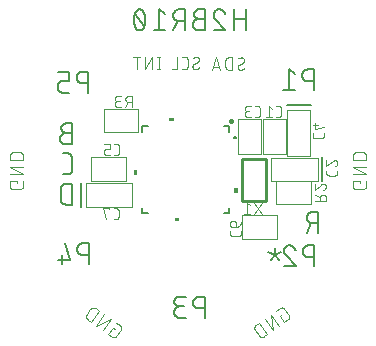
<source format=gbr>
G04 EAGLE Gerber RS-274X export*
G75*
%MOMM*%
%FSLAX34Y34*%
%LPD*%
%INSilkscreen Bottom*%
%IPPOS*%
%AMOC8*
5,1,8,0,0,1.08239X$1,22.5*%
G01*
%ADD10C,0.152400*%
%ADD11C,0.101600*%
%ADD12C,0.177800*%
%ADD13C,0.050800*%
%ADD14C,0.076200*%
%ADD15C,0.254000*%

G36*
X333892Y387891D02*
X333892Y387891D01*
X333894Y387891D01*
X333937Y387910D01*
X333980Y387929D01*
X333981Y387931D01*
X333983Y387932D01*
X334016Y388017D01*
X334016Y390557D01*
X334015Y390559D01*
X334016Y390561D01*
X333996Y390604D01*
X333977Y390647D01*
X333975Y390648D01*
X333974Y390650D01*
X333890Y390683D01*
X330080Y390683D01*
X330078Y390682D01*
X330075Y390683D01*
X330032Y390663D01*
X329989Y390645D01*
X329988Y390643D01*
X329986Y390642D01*
X329953Y390557D01*
X329953Y388017D01*
X329954Y388015D01*
X329953Y388013D01*
X329973Y387970D01*
X329992Y387926D01*
X329994Y387925D01*
X329995Y387923D01*
X330080Y387891D01*
X333890Y387891D01*
X333892Y387891D01*
G37*
G36*
X303342Y342337D02*
X303342Y342337D01*
X303344Y342337D01*
X303387Y342356D01*
X303430Y342375D01*
X303431Y342377D01*
X303433Y342378D01*
X303466Y342463D01*
X303466Y346273D01*
X303465Y346275D01*
X303466Y346277D01*
X303446Y346320D01*
X303427Y346363D01*
X303425Y346364D01*
X303424Y346366D01*
X303340Y346399D01*
X300800Y346399D01*
X300798Y346398D01*
X300795Y346399D01*
X300752Y346379D01*
X300709Y346361D01*
X300708Y346359D01*
X300706Y346358D01*
X300673Y346273D01*
X300673Y342463D01*
X300674Y342461D01*
X300673Y342459D01*
X300693Y342416D01*
X300712Y342372D01*
X300714Y342371D01*
X300715Y342369D01*
X300800Y342337D01*
X303340Y342337D01*
X303342Y342337D01*
G37*
G36*
X388178Y327334D02*
X388178Y327334D01*
X388180Y327334D01*
X388223Y327353D01*
X388266Y327372D01*
X388267Y327374D01*
X388269Y327375D01*
X388302Y327460D01*
X388302Y331270D01*
X388301Y331272D01*
X388302Y331274D01*
X388282Y331317D01*
X388263Y331360D01*
X388261Y331361D01*
X388260Y331363D01*
X388176Y331396D01*
X385636Y331396D01*
X385634Y331395D01*
X385631Y331396D01*
X385588Y331376D01*
X385545Y331358D01*
X385544Y331356D01*
X385542Y331355D01*
X385509Y331270D01*
X385509Y327460D01*
X385510Y327458D01*
X385509Y327456D01*
X385529Y327413D01*
X385548Y327369D01*
X385550Y327368D01*
X385551Y327366D01*
X385636Y327334D01*
X388176Y327334D01*
X388178Y327334D01*
G37*
G36*
X338893Y303055D02*
X338893Y303055D01*
X338895Y303055D01*
X338938Y303074D01*
X338981Y303093D01*
X338982Y303095D01*
X338984Y303096D01*
X339017Y303181D01*
X339017Y305721D01*
X339016Y305723D01*
X339017Y305725D01*
X338997Y305768D01*
X338978Y305811D01*
X338976Y305812D01*
X338975Y305814D01*
X338891Y305847D01*
X335081Y305847D01*
X335079Y305846D01*
X335076Y305847D01*
X335033Y305827D01*
X334990Y305809D01*
X334989Y305807D01*
X334987Y305806D01*
X334954Y305721D01*
X334954Y303181D01*
X334955Y303179D01*
X334954Y303177D01*
X334974Y303134D01*
X334993Y303090D01*
X334995Y303089D01*
X334996Y303087D01*
X335081Y303055D01*
X338891Y303055D01*
X338893Y303055D01*
G37*
D10*
X247824Y378231D02*
X242885Y378231D01*
X242745Y378229D01*
X242606Y378223D01*
X242466Y378213D01*
X242327Y378199D01*
X242188Y378182D01*
X242050Y378160D01*
X241913Y378134D01*
X241776Y378105D01*
X241640Y378072D01*
X241506Y378035D01*
X241372Y377994D01*
X241240Y377949D01*
X241108Y377900D01*
X240979Y377848D01*
X240851Y377793D01*
X240724Y377733D01*
X240599Y377670D01*
X240476Y377604D01*
X240355Y377534D01*
X240236Y377461D01*
X240119Y377384D01*
X240005Y377304D01*
X239892Y377221D01*
X239782Y377135D01*
X239675Y377045D01*
X239570Y376953D01*
X239468Y376858D01*
X239368Y376760D01*
X239271Y376659D01*
X239177Y376555D01*
X239087Y376449D01*
X238999Y376340D01*
X238914Y376229D01*
X238833Y376115D01*
X238754Y376000D01*
X238679Y375882D01*
X238608Y375762D01*
X238540Y375639D01*
X238475Y375516D01*
X238414Y375390D01*
X238356Y375262D01*
X238302Y375134D01*
X238252Y375003D01*
X238205Y374871D01*
X238162Y374738D01*
X238123Y374604D01*
X238088Y374469D01*
X238057Y374333D01*
X238029Y374195D01*
X238006Y374058D01*
X237986Y373919D01*
X237970Y373780D01*
X237958Y373641D01*
X237950Y373502D01*
X237946Y373362D01*
X237946Y373222D01*
X237950Y373082D01*
X237958Y372943D01*
X237970Y372804D01*
X237986Y372665D01*
X238006Y372526D01*
X238029Y372389D01*
X238057Y372251D01*
X238088Y372115D01*
X238123Y371980D01*
X238162Y371846D01*
X238205Y371713D01*
X238252Y371581D01*
X238302Y371450D01*
X238356Y371322D01*
X238414Y371194D01*
X238475Y371068D01*
X238540Y370945D01*
X238608Y370823D01*
X238679Y370702D01*
X238754Y370584D01*
X238833Y370469D01*
X238914Y370355D01*
X238999Y370244D01*
X239087Y370135D01*
X239177Y370029D01*
X239271Y369925D01*
X239368Y369824D01*
X239468Y369726D01*
X239570Y369631D01*
X239675Y369539D01*
X239782Y369449D01*
X239892Y369363D01*
X240005Y369280D01*
X240119Y369200D01*
X240236Y369123D01*
X240355Y369050D01*
X240476Y368980D01*
X240599Y368914D01*
X240724Y368851D01*
X240851Y368791D01*
X240979Y368736D01*
X241108Y368684D01*
X241240Y368635D01*
X241372Y368590D01*
X241506Y368549D01*
X241640Y368512D01*
X241776Y368479D01*
X241913Y368450D01*
X242050Y368424D01*
X242188Y368402D01*
X242327Y368385D01*
X242466Y368371D01*
X242606Y368361D01*
X242745Y368355D01*
X242885Y368353D01*
X247824Y368353D01*
X247824Y386133D01*
X242885Y386133D01*
X242761Y386131D01*
X242637Y386125D01*
X242513Y386115D01*
X242390Y386102D01*
X242267Y386084D01*
X242145Y386063D01*
X242023Y386038D01*
X241902Y386009D01*
X241783Y385976D01*
X241664Y385940D01*
X241547Y385899D01*
X241431Y385856D01*
X241316Y385808D01*
X241203Y385757D01*
X241091Y385702D01*
X240982Y385644D01*
X240874Y385583D01*
X240768Y385518D01*
X240664Y385450D01*
X240563Y385378D01*
X240463Y385304D01*
X240367Y385226D01*
X240272Y385146D01*
X240180Y385062D01*
X240091Y384976D01*
X240005Y384887D01*
X239921Y384795D01*
X239841Y384700D01*
X239763Y384604D01*
X239689Y384504D01*
X239617Y384403D01*
X239549Y384299D01*
X239484Y384193D01*
X239423Y384085D01*
X239365Y383976D01*
X239310Y383864D01*
X239259Y383751D01*
X239211Y383636D01*
X239168Y383520D01*
X239127Y383403D01*
X239091Y383284D01*
X239058Y383165D01*
X239029Y383044D01*
X239004Y382922D01*
X238983Y382800D01*
X238965Y382677D01*
X238952Y382554D01*
X238942Y382430D01*
X238936Y382306D01*
X238934Y382182D01*
X238936Y382058D01*
X238942Y381934D01*
X238952Y381810D01*
X238965Y381687D01*
X238983Y381564D01*
X239004Y381442D01*
X239029Y381320D01*
X239058Y381199D01*
X239091Y381080D01*
X239127Y380961D01*
X239168Y380844D01*
X239211Y380728D01*
X239259Y380613D01*
X239310Y380500D01*
X239365Y380388D01*
X239423Y380279D01*
X239484Y380171D01*
X239549Y380065D01*
X239617Y379961D01*
X239689Y379860D01*
X239763Y379760D01*
X239841Y379664D01*
X239921Y379569D01*
X240005Y379477D01*
X240091Y379388D01*
X240180Y379302D01*
X240272Y379218D01*
X240367Y379138D01*
X240463Y379060D01*
X240563Y378986D01*
X240664Y378914D01*
X240768Y378846D01*
X240874Y378781D01*
X240982Y378720D01*
X241091Y378662D01*
X241203Y378607D01*
X241316Y378556D01*
X241431Y378508D01*
X241547Y378465D01*
X241664Y378424D01*
X241783Y378388D01*
X241902Y378355D01*
X242023Y378326D01*
X242145Y378301D01*
X242267Y378280D01*
X242390Y378262D01*
X242513Y378249D01*
X242637Y378239D01*
X242761Y378233D01*
X242885Y378231D01*
X456723Y311419D02*
X456723Y293639D01*
X456723Y311419D02*
X451784Y311419D01*
X451644Y311417D01*
X451505Y311411D01*
X451365Y311401D01*
X451226Y311387D01*
X451087Y311370D01*
X450949Y311348D01*
X450812Y311322D01*
X450675Y311293D01*
X450539Y311260D01*
X450405Y311223D01*
X450271Y311182D01*
X450139Y311137D01*
X450007Y311088D01*
X449878Y311036D01*
X449750Y310981D01*
X449623Y310921D01*
X449498Y310858D01*
X449375Y310792D01*
X449254Y310722D01*
X449135Y310649D01*
X449018Y310572D01*
X448904Y310492D01*
X448791Y310409D01*
X448681Y310323D01*
X448574Y310233D01*
X448469Y310141D01*
X448367Y310046D01*
X448267Y309948D01*
X448170Y309847D01*
X448076Y309743D01*
X447986Y309637D01*
X447898Y309528D01*
X447813Y309417D01*
X447732Y309303D01*
X447653Y309188D01*
X447578Y309070D01*
X447507Y308950D01*
X447439Y308827D01*
X447374Y308704D01*
X447313Y308578D01*
X447255Y308450D01*
X447201Y308322D01*
X447151Y308191D01*
X447104Y308059D01*
X447061Y307926D01*
X447022Y307792D01*
X446987Y307657D01*
X446956Y307521D01*
X446928Y307383D01*
X446905Y307246D01*
X446885Y307107D01*
X446869Y306968D01*
X446857Y306829D01*
X446849Y306690D01*
X446845Y306550D01*
X446845Y306410D01*
X446849Y306270D01*
X446857Y306131D01*
X446869Y305992D01*
X446885Y305853D01*
X446905Y305714D01*
X446928Y305577D01*
X446956Y305439D01*
X446987Y305303D01*
X447022Y305168D01*
X447061Y305034D01*
X447104Y304901D01*
X447151Y304769D01*
X447201Y304638D01*
X447255Y304510D01*
X447313Y304382D01*
X447374Y304256D01*
X447439Y304133D01*
X447507Y304011D01*
X447578Y303890D01*
X447653Y303772D01*
X447732Y303657D01*
X447813Y303543D01*
X447898Y303432D01*
X447986Y303323D01*
X448076Y303217D01*
X448170Y303113D01*
X448267Y303012D01*
X448367Y302914D01*
X448469Y302819D01*
X448574Y302727D01*
X448681Y302637D01*
X448791Y302551D01*
X448904Y302468D01*
X449018Y302388D01*
X449135Y302311D01*
X449254Y302238D01*
X449375Y302168D01*
X449498Y302102D01*
X449623Y302039D01*
X449750Y301979D01*
X449878Y301924D01*
X450007Y301872D01*
X450139Y301823D01*
X450271Y301778D01*
X450405Y301737D01*
X450539Y301700D01*
X450675Y301667D01*
X450812Y301638D01*
X450949Y301612D01*
X451087Y301590D01*
X451226Y301573D01*
X451365Y301559D01*
X451505Y301549D01*
X451644Y301543D01*
X451784Y301541D01*
X456723Y301541D01*
X450797Y301541D02*
X446846Y293639D01*
X248168Y317388D02*
X248168Y335168D01*
X243229Y335168D01*
X243090Y335166D01*
X242952Y335160D01*
X242814Y335151D01*
X242676Y335137D01*
X242539Y335120D01*
X242402Y335098D01*
X242265Y335073D01*
X242130Y335044D01*
X241995Y335011D01*
X241862Y334975D01*
X241729Y334935D01*
X241598Y334891D01*
X241468Y334843D01*
X241339Y334792D01*
X241212Y334737D01*
X241086Y334679D01*
X240962Y334617D01*
X240840Y334552D01*
X240720Y334483D01*
X240601Y334411D01*
X240485Y334336D01*
X240371Y334257D01*
X240259Y334175D01*
X240150Y334090D01*
X240042Y334003D01*
X239938Y333912D01*
X239836Y333818D01*
X239737Y333721D01*
X239640Y333622D01*
X239546Y333520D01*
X239455Y333416D01*
X239368Y333308D01*
X239283Y333199D01*
X239201Y333087D01*
X239122Y332973D01*
X239047Y332857D01*
X238975Y332738D01*
X238906Y332618D01*
X238841Y332496D01*
X238779Y332372D01*
X238721Y332246D01*
X238666Y332119D01*
X238615Y331990D01*
X238567Y331860D01*
X238523Y331729D01*
X238483Y331596D01*
X238447Y331463D01*
X238414Y331328D01*
X238385Y331193D01*
X238360Y331056D01*
X238338Y330919D01*
X238321Y330782D01*
X238307Y330644D01*
X238298Y330506D01*
X238292Y330368D01*
X238290Y330229D01*
X238290Y322327D01*
X238292Y322188D01*
X238298Y322050D01*
X238307Y321912D01*
X238321Y321774D01*
X238338Y321637D01*
X238360Y321500D01*
X238385Y321363D01*
X238414Y321228D01*
X238447Y321093D01*
X238483Y320960D01*
X238523Y320827D01*
X238567Y320696D01*
X238615Y320566D01*
X238666Y320437D01*
X238721Y320310D01*
X238779Y320184D01*
X238841Y320060D01*
X238906Y319938D01*
X238975Y319818D01*
X239047Y319699D01*
X239122Y319583D01*
X239201Y319469D01*
X239283Y319357D01*
X239368Y319248D01*
X239455Y319140D01*
X239546Y319036D01*
X239640Y318934D01*
X239737Y318835D01*
X239836Y318738D01*
X239938Y318644D01*
X240042Y318553D01*
X240150Y318466D01*
X240259Y318381D01*
X240371Y318299D01*
X240485Y318220D01*
X240601Y318145D01*
X240720Y318073D01*
X240840Y318004D01*
X240962Y317939D01*
X241086Y317877D01*
X241212Y317819D01*
X241339Y317764D01*
X241468Y317713D01*
X241598Y317665D01*
X241729Y317621D01*
X241862Y317581D01*
X241995Y317545D01*
X242130Y317512D01*
X242265Y317483D01*
X242402Y317458D01*
X242539Y317436D01*
X242676Y317419D01*
X242814Y317405D01*
X242952Y317396D01*
X243090Y317390D01*
X243229Y317388D01*
X248168Y317388D01*
X244152Y342981D02*
X240201Y342981D01*
X244152Y342981D02*
X244276Y342983D01*
X244400Y342989D01*
X244524Y342999D01*
X244647Y343012D01*
X244770Y343030D01*
X244892Y343051D01*
X245014Y343076D01*
X245135Y343105D01*
X245254Y343138D01*
X245373Y343174D01*
X245490Y343215D01*
X245606Y343258D01*
X245721Y343306D01*
X245834Y343357D01*
X245946Y343412D01*
X246055Y343470D01*
X246163Y343531D01*
X246269Y343596D01*
X246373Y343664D01*
X246474Y343736D01*
X246574Y343810D01*
X246670Y343888D01*
X246765Y343968D01*
X246857Y344052D01*
X246946Y344138D01*
X247032Y344227D01*
X247116Y344319D01*
X247196Y344414D01*
X247274Y344510D01*
X247348Y344610D01*
X247420Y344711D01*
X247488Y344815D01*
X247553Y344921D01*
X247614Y345029D01*
X247672Y345138D01*
X247727Y345250D01*
X247778Y345363D01*
X247826Y345478D01*
X247869Y345594D01*
X247910Y345711D01*
X247946Y345830D01*
X247979Y345949D01*
X248008Y346070D01*
X248033Y346192D01*
X248054Y346314D01*
X248072Y346437D01*
X248085Y346560D01*
X248095Y346684D01*
X248101Y346808D01*
X248103Y346932D01*
X248103Y356810D01*
X248101Y356934D01*
X248095Y357058D01*
X248085Y357182D01*
X248072Y357305D01*
X248054Y357428D01*
X248033Y357550D01*
X248008Y357672D01*
X247979Y357793D01*
X247946Y357912D01*
X247910Y358031D01*
X247869Y358148D01*
X247826Y358264D01*
X247778Y358379D01*
X247727Y358492D01*
X247672Y358604D01*
X247614Y358713D01*
X247553Y358821D01*
X247488Y358927D01*
X247420Y359031D01*
X247348Y359132D01*
X247274Y359232D01*
X247196Y359328D01*
X247116Y359423D01*
X247032Y359515D01*
X246946Y359604D01*
X246857Y359690D01*
X246765Y359774D01*
X246670Y359854D01*
X246574Y359932D01*
X246474Y360006D01*
X246373Y360078D01*
X246269Y360146D01*
X246163Y360211D01*
X246055Y360272D01*
X245946Y360330D01*
X245834Y360385D01*
X245721Y360436D01*
X245607Y360484D01*
X245490Y360527D01*
X245373Y360568D01*
X245254Y360604D01*
X245135Y360637D01*
X245014Y360666D01*
X244892Y360691D01*
X244770Y360712D01*
X244647Y360730D01*
X244524Y360743D01*
X244400Y360753D01*
X244276Y360759D01*
X244152Y360761D01*
X240201Y360761D01*
D11*
X492049Y337254D02*
X492049Y335306D01*
X492049Y337254D02*
X485558Y337254D01*
X485558Y333359D01*
X485560Y333260D01*
X485566Y333160D01*
X485575Y333061D01*
X485588Y332963D01*
X485605Y332865D01*
X485626Y332767D01*
X485651Y332671D01*
X485679Y332576D01*
X485711Y332482D01*
X485746Y332389D01*
X485785Y332297D01*
X485828Y332207D01*
X485873Y332119D01*
X485923Y332032D01*
X485975Y331948D01*
X486031Y331865D01*
X486089Y331785D01*
X486151Y331707D01*
X486216Y331632D01*
X486284Y331559D01*
X486354Y331489D01*
X486427Y331421D01*
X486502Y331356D01*
X486580Y331294D01*
X486660Y331236D01*
X486743Y331180D01*
X486827Y331128D01*
X486914Y331078D01*
X487002Y331033D01*
X487092Y330990D01*
X487184Y330951D01*
X487277Y330916D01*
X487371Y330884D01*
X487466Y330856D01*
X487562Y330831D01*
X487660Y330810D01*
X487758Y330793D01*
X487856Y330780D01*
X487955Y330771D01*
X488055Y330765D01*
X488154Y330763D01*
X494646Y330763D01*
X494745Y330765D01*
X494845Y330771D01*
X494944Y330780D01*
X495042Y330793D01*
X495140Y330810D01*
X495238Y330831D01*
X495334Y330856D01*
X495429Y330884D01*
X495523Y330916D01*
X495616Y330951D01*
X495708Y330990D01*
X495798Y331033D01*
X495886Y331078D01*
X495973Y331128D01*
X496057Y331180D01*
X496140Y331236D01*
X496220Y331294D01*
X496298Y331356D01*
X496373Y331421D01*
X496446Y331489D01*
X496516Y331559D01*
X496584Y331632D01*
X496649Y331707D01*
X496711Y331785D01*
X496769Y331865D01*
X496825Y331948D01*
X496877Y332032D01*
X496927Y332119D01*
X496972Y332207D01*
X497015Y332297D01*
X497054Y332389D01*
X497089Y332481D01*
X497121Y332576D01*
X497149Y332671D01*
X497174Y332767D01*
X497195Y332865D01*
X497212Y332963D01*
X497225Y333061D01*
X497234Y333160D01*
X497240Y333260D01*
X497242Y333359D01*
X497242Y337254D01*
X497242Y342954D02*
X485558Y342954D01*
X485558Y349446D02*
X497242Y342954D01*
X497242Y349446D02*
X485558Y349446D01*
X485558Y355146D02*
X497242Y355146D01*
X497242Y358392D01*
X497240Y358505D01*
X497234Y358618D01*
X497224Y358731D01*
X497210Y358844D01*
X497193Y358956D01*
X497171Y359067D01*
X497146Y359177D01*
X497116Y359287D01*
X497083Y359395D01*
X497046Y359502D01*
X497006Y359608D01*
X496961Y359712D01*
X496913Y359815D01*
X496862Y359916D01*
X496807Y360015D01*
X496749Y360112D01*
X496687Y360207D01*
X496622Y360300D01*
X496554Y360390D01*
X496483Y360478D01*
X496408Y360564D01*
X496331Y360647D01*
X496251Y360727D01*
X496168Y360804D01*
X496082Y360879D01*
X495994Y360950D01*
X495904Y361018D01*
X495811Y361083D01*
X495716Y361145D01*
X495619Y361203D01*
X495520Y361258D01*
X495419Y361309D01*
X495316Y361357D01*
X495212Y361402D01*
X495106Y361442D01*
X494999Y361479D01*
X494891Y361512D01*
X494781Y361542D01*
X494671Y361567D01*
X494560Y361589D01*
X494448Y361606D01*
X494335Y361620D01*
X494222Y361630D01*
X494109Y361636D01*
X493996Y361638D01*
X488804Y361638D01*
X488691Y361636D01*
X488578Y361630D01*
X488465Y361620D01*
X488352Y361606D01*
X488240Y361589D01*
X488129Y361567D01*
X488019Y361542D01*
X487909Y361512D01*
X487801Y361479D01*
X487694Y361442D01*
X487588Y361402D01*
X487484Y361357D01*
X487381Y361309D01*
X487280Y361258D01*
X487181Y361203D01*
X487084Y361145D01*
X486989Y361083D01*
X486896Y361018D01*
X486806Y360950D01*
X486718Y360879D01*
X486632Y360804D01*
X486549Y360727D01*
X486469Y360647D01*
X486392Y360564D01*
X486317Y360478D01*
X486246Y360390D01*
X486178Y360300D01*
X486113Y360207D01*
X486051Y360112D01*
X485993Y360015D01*
X485938Y359916D01*
X485887Y359815D01*
X485839Y359712D01*
X485794Y359608D01*
X485754Y359502D01*
X485717Y359395D01*
X485684Y359287D01*
X485654Y359177D01*
X485629Y359067D01*
X485607Y358956D01*
X485590Y358844D01*
X485576Y358731D01*
X485566Y358618D01*
X485560Y358505D01*
X485558Y358392D01*
X485558Y355146D01*
X425667Y224415D02*
X424072Y223298D01*
X427795Y217981D01*
X430986Y220215D01*
X430985Y220215D02*
X431065Y220274D01*
X431143Y220336D01*
X431219Y220400D01*
X431292Y220468D01*
X431363Y220538D01*
X431430Y220611D01*
X431495Y220686D01*
X431557Y220764D01*
X431616Y220844D01*
X431672Y220926D01*
X431725Y221011D01*
X431774Y221097D01*
X431820Y221185D01*
X431863Y221275D01*
X431902Y221366D01*
X431937Y221459D01*
X431969Y221553D01*
X431998Y221649D01*
X432022Y221745D01*
X432043Y221842D01*
X432061Y221940D01*
X432074Y222039D01*
X432084Y222138D01*
X432090Y222237D01*
X432092Y222336D01*
X432090Y222436D01*
X432085Y222535D01*
X432075Y222634D01*
X432062Y222733D01*
X432046Y222831D01*
X432025Y222928D01*
X432001Y223025D01*
X431973Y223120D01*
X431941Y223214D01*
X431906Y223307D01*
X431867Y223399D01*
X431825Y223489D01*
X431779Y223577D01*
X431730Y223664D01*
X431678Y223748D01*
X431623Y223831D01*
X427900Y229148D01*
X427841Y229228D01*
X427779Y229306D01*
X427715Y229382D01*
X427647Y229455D01*
X427577Y229526D01*
X427504Y229593D01*
X427429Y229658D01*
X427351Y229720D01*
X427271Y229779D01*
X427189Y229835D01*
X427104Y229888D01*
X427018Y229937D01*
X426930Y229983D01*
X426840Y230026D01*
X426749Y230065D01*
X426656Y230100D01*
X426562Y230132D01*
X426466Y230161D01*
X426370Y230185D01*
X426273Y230206D01*
X426175Y230224D01*
X426076Y230237D01*
X425977Y230247D01*
X425878Y230253D01*
X425779Y230255D01*
X425679Y230253D01*
X425580Y230248D01*
X425481Y230239D01*
X425382Y230225D01*
X425284Y230209D01*
X425187Y230188D01*
X425090Y230164D01*
X424995Y230136D01*
X424901Y230104D01*
X424808Y230069D01*
X424716Y230030D01*
X424626Y229988D01*
X424538Y229942D01*
X424451Y229893D01*
X424367Y229841D01*
X424284Y229786D01*
X421094Y227552D01*
X416424Y224282D02*
X423125Y214711D01*
X417808Y210988D02*
X416424Y224282D01*
X411107Y220559D02*
X417808Y210988D01*
X413138Y207718D02*
X406437Y217289D01*
X403778Y215427D01*
X403778Y215428D02*
X403687Y215361D01*
X403597Y215292D01*
X403510Y215219D01*
X403426Y215143D01*
X403345Y215064D01*
X403266Y214983D01*
X403190Y214899D01*
X403117Y214812D01*
X403048Y214723D01*
X402981Y214631D01*
X402918Y214537D01*
X402858Y214441D01*
X402801Y214343D01*
X402748Y214243D01*
X402698Y214141D01*
X402652Y214037D01*
X402610Y213932D01*
X402571Y213826D01*
X402536Y213718D01*
X402505Y213609D01*
X402477Y213499D01*
X402454Y213388D01*
X402434Y213277D01*
X402418Y213165D01*
X402406Y213052D01*
X402398Y212939D01*
X402394Y212826D01*
X402394Y212712D01*
X402398Y212599D01*
X402406Y212486D01*
X402418Y212373D01*
X402434Y212261D01*
X402454Y212150D01*
X402477Y212039D01*
X402505Y211929D01*
X402536Y211820D01*
X402571Y211712D01*
X402610Y211606D01*
X402652Y211501D01*
X402698Y211397D01*
X402748Y211295D01*
X402801Y211195D01*
X402858Y211097D01*
X402918Y211001D01*
X402981Y210907D01*
X405960Y206653D01*
X405959Y206653D02*
X406026Y206562D01*
X406095Y206472D01*
X406168Y206385D01*
X406244Y206301D01*
X406323Y206220D01*
X406404Y206141D01*
X406488Y206065D01*
X406575Y205992D01*
X406665Y205923D01*
X406756Y205856D01*
X406850Y205793D01*
X406946Y205733D01*
X407044Y205676D01*
X407144Y205623D01*
X407246Y205573D01*
X407350Y205527D01*
X407455Y205485D01*
X407561Y205446D01*
X407669Y205411D01*
X407778Y205380D01*
X407888Y205352D01*
X407999Y205329D01*
X408110Y205309D01*
X408222Y205293D01*
X408335Y205281D01*
X408448Y205273D01*
X408561Y205269D01*
X408675Y205269D01*
X408788Y205273D01*
X408901Y205281D01*
X409014Y205293D01*
X409126Y205309D01*
X409237Y205329D01*
X409348Y205352D01*
X409458Y205380D01*
X409567Y205411D01*
X409675Y205446D01*
X409781Y205485D01*
X409886Y205527D01*
X409990Y205573D01*
X410092Y205623D01*
X410192Y205676D01*
X410290Y205733D01*
X410386Y205793D01*
X410480Y205856D01*
X413138Y207718D01*
X284057Y212027D02*
X282462Y213144D01*
X278738Y207827D01*
X281929Y205593D01*
X282012Y205538D01*
X282096Y205486D01*
X282183Y205437D01*
X282271Y205391D01*
X282361Y205349D01*
X282453Y205310D01*
X282546Y205275D01*
X282640Y205243D01*
X282735Y205215D01*
X282832Y205191D01*
X282929Y205170D01*
X283027Y205154D01*
X283126Y205140D01*
X283225Y205131D01*
X283324Y205126D01*
X283424Y205124D01*
X283523Y205126D01*
X283622Y205132D01*
X283721Y205142D01*
X283820Y205155D01*
X283918Y205173D01*
X284015Y205194D01*
X284111Y205218D01*
X284207Y205247D01*
X284301Y205279D01*
X284394Y205314D01*
X284485Y205353D01*
X284575Y205396D01*
X284663Y205442D01*
X284749Y205491D01*
X284834Y205544D01*
X284916Y205600D01*
X284996Y205659D01*
X285074Y205721D01*
X285149Y205786D01*
X285222Y205853D01*
X285292Y205924D01*
X285360Y205997D01*
X285424Y206073D01*
X285486Y206151D01*
X285545Y206231D01*
X289268Y211548D01*
X289323Y211631D01*
X289375Y211715D01*
X289424Y211802D01*
X289470Y211890D01*
X289512Y211980D01*
X289551Y212072D01*
X289586Y212165D01*
X289618Y212259D01*
X289646Y212354D01*
X289670Y212451D01*
X289691Y212548D01*
X289707Y212646D01*
X289721Y212745D01*
X289730Y212844D01*
X289735Y212943D01*
X289737Y213043D01*
X289735Y213142D01*
X289729Y213241D01*
X289719Y213340D01*
X289706Y213439D01*
X289688Y213537D01*
X289667Y213634D01*
X289643Y213730D01*
X289614Y213826D01*
X289582Y213920D01*
X289547Y214013D01*
X289508Y214104D01*
X289465Y214194D01*
X289419Y214282D01*
X289370Y214368D01*
X289317Y214453D01*
X289261Y214535D01*
X289202Y214615D01*
X289140Y214693D01*
X289075Y214768D01*
X289008Y214841D01*
X288937Y214911D01*
X288864Y214979D01*
X288788Y215043D01*
X288710Y215105D01*
X288630Y215164D01*
X285440Y217398D01*
X280770Y220668D02*
X274069Y211097D01*
X268751Y214820D02*
X280770Y220668D01*
X275453Y224391D02*
X268751Y214820D01*
X264082Y218090D02*
X270783Y227661D01*
X268125Y229523D01*
X268031Y229586D01*
X267935Y229646D01*
X267837Y229703D01*
X267737Y229756D01*
X267635Y229806D01*
X267531Y229852D01*
X267426Y229894D01*
X267320Y229933D01*
X267212Y229968D01*
X267103Y229999D01*
X266993Y230027D01*
X266882Y230050D01*
X266771Y230070D01*
X266659Y230086D01*
X266546Y230098D01*
X266433Y230106D01*
X266320Y230110D01*
X266206Y230110D01*
X266093Y230106D01*
X265980Y230098D01*
X265867Y230086D01*
X265755Y230070D01*
X265644Y230050D01*
X265533Y230027D01*
X265423Y229999D01*
X265314Y229968D01*
X265206Y229933D01*
X265100Y229894D01*
X264995Y229852D01*
X264891Y229806D01*
X264789Y229756D01*
X264689Y229703D01*
X264591Y229646D01*
X264495Y229586D01*
X264401Y229523D01*
X264310Y229456D01*
X264220Y229387D01*
X264133Y229314D01*
X264049Y229238D01*
X263968Y229159D01*
X263889Y229078D01*
X263813Y228994D01*
X263740Y228907D01*
X263671Y228818D01*
X263604Y228726D01*
X260626Y224472D01*
X260563Y224378D01*
X260503Y224282D01*
X260446Y224184D01*
X260393Y224084D01*
X260343Y223982D01*
X260297Y223878D01*
X260255Y223773D01*
X260216Y223667D01*
X260181Y223559D01*
X260150Y223450D01*
X260122Y223340D01*
X260099Y223229D01*
X260079Y223118D01*
X260063Y223006D01*
X260051Y222893D01*
X260043Y222780D01*
X260039Y222667D01*
X260039Y222553D01*
X260043Y222440D01*
X260051Y222327D01*
X260063Y222214D01*
X260079Y222102D01*
X260099Y221991D01*
X260122Y221880D01*
X260150Y221770D01*
X260181Y221661D01*
X260216Y221553D01*
X260255Y221447D01*
X260297Y221342D01*
X260343Y221238D01*
X260393Y221136D01*
X260446Y221036D01*
X260503Y220938D01*
X260563Y220842D01*
X260626Y220748D01*
X260693Y220656D01*
X260762Y220567D01*
X260835Y220480D01*
X260911Y220396D01*
X260990Y220315D01*
X261071Y220236D01*
X261155Y220160D01*
X261242Y220087D01*
X261332Y220018D01*
X261423Y219951D01*
X261423Y219952D02*
X264082Y218090D01*
X201649Y335306D02*
X201649Y337254D01*
X195158Y337254D01*
X195158Y333359D01*
X195160Y333260D01*
X195166Y333160D01*
X195175Y333061D01*
X195188Y332963D01*
X195205Y332865D01*
X195226Y332767D01*
X195251Y332671D01*
X195279Y332576D01*
X195311Y332482D01*
X195346Y332389D01*
X195385Y332297D01*
X195428Y332207D01*
X195473Y332119D01*
X195523Y332032D01*
X195575Y331948D01*
X195631Y331865D01*
X195689Y331785D01*
X195751Y331707D01*
X195816Y331632D01*
X195884Y331559D01*
X195954Y331489D01*
X196027Y331421D01*
X196102Y331356D01*
X196180Y331294D01*
X196260Y331236D01*
X196343Y331180D01*
X196427Y331128D01*
X196514Y331078D01*
X196602Y331033D01*
X196692Y330990D01*
X196784Y330951D01*
X196877Y330916D01*
X196971Y330884D01*
X197066Y330856D01*
X197162Y330831D01*
X197260Y330810D01*
X197358Y330793D01*
X197456Y330780D01*
X197555Y330771D01*
X197655Y330765D01*
X197754Y330763D01*
X204246Y330763D01*
X204345Y330765D01*
X204445Y330771D01*
X204544Y330780D01*
X204642Y330793D01*
X204740Y330810D01*
X204838Y330831D01*
X204934Y330856D01*
X205029Y330884D01*
X205123Y330916D01*
X205216Y330951D01*
X205308Y330990D01*
X205398Y331033D01*
X205486Y331078D01*
X205573Y331128D01*
X205657Y331180D01*
X205740Y331236D01*
X205820Y331294D01*
X205898Y331356D01*
X205973Y331421D01*
X206046Y331489D01*
X206116Y331559D01*
X206184Y331632D01*
X206249Y331707D01*
X206311Y331785D01*
X206369Y331865D01*
X206425Y331948D01*
X206477Y332032D01*
X206527Y332119D01*
X206572Y332207D01*
X206615Y332297D01*
X206654Y332389D01*
X206689Y332481D01*
X206721Y332576D01*
X206749Y332671D01*
X206774Y332767D01*
X206795Y332865D01*
X206812Y332963D01*
X206825Y333061D01*
X206834Y333160D01*
X206840Y333260D01*
X206842Y333359D01*
X206842Y337254D01*
X206842Y342954D02*
X195158Y342954D01*
X195158Y349446D02*
X206842Y342954D01*
X206842Y349446D02*
X195158Y349446D01*
X195158Y355146D02*
X206842Y355146D01*
X206842Y358392D01*
X206840Y358505D01*
X206834Y358618D01*
X206824Y358731D01*
X206810Y358844D01*
X206793Y358956D01*
X206771Y359067D01*
X206746Y359177D01*
X206716Y359287D01*
X206683Y359395D01*
X206646Y359502D01*
X206606Y359608D01*
X206561Y359712D01*
X206513Y359815D01*
X206462Y359916D01*
X206407Y360015D01*
X206349Y360112D01*
X206287Y360207D01*
X206222Y360300D01*
X206154Y360390D01*
X206083Y360478D01*
X206008Y360564D01*
X205931Y360647D01*
X205851Y360727D01*
X205768Y360804D01*
X205682Y360879D01*
X205594Y360950D01*
X205504Y361018D01*
X205411Y361083D01*
X205316Y361145D01*
X205219Y361203D01*
X205120Y361258D01*
X205019Y361309D01*
X204916Y361357D01*
X204812Y361402D01*
X204706Y361442D01*
X204599Y361479D01*
X204491Y361512D01*
X204381Y361542D01*
X204271Y361567D01*
X204160Y361589D01*
X204048Y361606D01*
X203935Y361620D01*
X203822Y361630D01*
X203709Y361636D01*
X203596Y361638D01*
X198404Y361638D01*
X198291Y361636D01*
X198178Y361630D01*
X198065Y361620D01*
X197952Y361606D01*
X197840Y361589D01*
X197729Y361567D01*
X197619Y361542D01*
X197509Y361512D01*
X197401Y361479D01*
X197294Y361442D01*
X197188Y361402D01*
X197084Y361357D01*
X196981Y361309D01*
X196880Y361258D01*
X196781Y361203D01*
X196684Y361145D01*
X196589Y361083D01*
X196496Y361018D01*
X196406Y360950D01*
X196318Y360879D01*
X196232Y360804D01*
X196149Y360727D01*
X196069Y360647D01*
X195992Y360564D01*
X195917Y360478D01*
X195846Y360390D01*
X195778Y360300D01*
X195713Y360207D01*
X195651Y360112D01*
X195593Y360015D01*
X195538Y359916D01*
X195487Y359815D01*
X195439Y359712D01*
X195394Y359608D01*
X195354Y359502D01*
X195317Y359395D01*
X195284Y359287D01*
X195254Y359177D01*
X195229Y359067D01*
X195207Y358956D01*
X195190Y358844D01*
X195176Y358731D01*
X195166Y358618D01*
X195160Y358505D01*
X195158Y358392D01*
X195158Y355146D01*
D10*
X452652Y414070D02*
X452652Y431850D01*
X447713Y431850D01*
X447573Y431848D01*
X447434Y431842D01*
X447294Y431832D01*
X447155Y431818D01*
X447016Y431801D01*
X446878Y431779D01*
X446741Y431753D01*
X446604Y431724D01*
X446468Y431691D01*
X446334Y431654D01*
X446200Y431613D01*
X446068Y431568D01*
X445936Y431519D01*
X445807Y431467D01*
X445679Y431412D01*
X445552Y431352D01*
X445427Y431289D01*
X445304Y431223D01*
X445183Y431153D01*
X445064Y431080D01*
X444947Y431003D01*
X444833Y430923D01*
X444720Y430840D01*
X444610Y430754D01*
X444503Y430664D01*
X444398Y430572D01*
X444296Y430477D01*
X444196Y430379D01*
X444099Y430278D01*
X444005Y430174D01*
X443915Y430068D01*
X443827Y429959D01*
X443742Y429848D01*
X443661Y429734D01*
X443582Y429619D01*
X443507Y429501D01*
X443436Y429381D01*
X443368Y429258D01*
X443303Y429135D01*
X443242Y429009D01*
X443184Y428881D01*
X443130Y428753D01*
X443080Y428622D01*
X443033Y428490D01*
X442990Y428357D01*
X442951Y428223D01*
X442916Y428088D01*
X442885Y427952D01*
X442857Y427814D01*
X442834Y427677D01*
X442814Y427538D01*
X442798Y427399D01*
X442786Y427260D01*
X442778Y427121D01*
X442774Y426981D01*
X442774Y426841D01*
X442778Y426701D01*
X442786Y426562D01*
X442798Y426423D01*
X442814Y426284D01*
X442834Y426145D01*
X442857Y426008D01*
X442885Y425870D01*
X442916Y425734D01*
X442951Y425599D01*
X442990Y425465D01*
X443033Y425332D01*
X443080Y425200D01*
X443130Y425069D01*
X443184Y424941D01*
X443242Y424813D01*
X443303Y424687D01*
X443368Y424564D01*
X443436Y424442D01*
X443507Y424321D01*
X443582Y424203D01*
X443661Y424088D01*
X443742Y423974D01*
X443827Y423863D01*
X443915Y423754D01*
X444005Y423648D01*
X444099Y423544D01*
X444196Y423443D01*
X444296Y423345D01*
X444398Y423250D01*
X444503Y423158D01*
X444610Y423068D01*
X444720Y422982D01*
X444833Y422899D01*
X444947Y422819D01*
X445064Y422742D01*
X445183Y422669D01*
X445304Y422599D01*
X445427Y422533D01*
X445552Y422470D01*
X445679Y422410D01*
X445807Y422355D01*
X445936Y422303D01*
X446068Y422254D01*
X446200Y422209D01*
X446334Y422168D01*
X446468Y422131D01*
X446604Y422098D01*
X446741Y422069D01*
X446878Y422043D01*
X447016Y422021D01*
X447155Y422004D01*
X447294Y421990D01*
X447434Y421980D01*
X447573Y421974D01*
X447713Y421972D01*
X447713Y421973D02*
X452652Y421973D01*
X436657Y427899D02*
X431718Y431850D01*
X431718Y414070D01*
X436657Y414070D02*
X426779Y414070D01*
X360459Y239347D02*
X360459Y221567D01*
X360459Y239347D02*
X355520Y239347D01*
X355380Y239345D01*
X355241Y239339D01*
X355101Y239329D01*
X354962Y239315D01*
X354823Y239298D01*
X354685Y239276D01*
X354548Y239250D01*
X354411Y239221D01*
X354275Y239188D01*
X354141Y239151D01*
X354007Y239110D01*
X353875Y239065D01*
X353743Y239016D01*
X353614Y238964D01*
X353486Y238909D01*
X353359Y238849D01*
X353234Y238786D01*
X353111Y238720D01*
X352990Y238650D01*
X352871Y238577D01*
X352754Y238500D01*
X352640Y238420D01*
X352527Y238337D01*
X352417Y238251D01*
X352310Y238161D01*
X352205Y238069D01*
X352103Y237974D01*
X352003Y237876D01*
X351906Y237775D01*
X351812Y237671D01*
X351722Y237565D01*
X351634Y237456D01*
X351549Y237345D01*
X351468Y237231D01*
X351389Y237116D01*
X351314Y236998D01*
X351243Y236878D01*
X351175Y236755D01*
X351110Y236632D01*
X351049Y236506D01*
X350991Y236378D01*
X350937Y236250D01*
X350887Y236119D01*
X350840Y235987D01*
X350797Y235854D01*
X350758Y235720D01*
X350723Y235585D01*
X350692Y235449D01*
X350664Y235311D01*
X350641Y235174D01*
X350621Y235035D01*
X350605Y234896D01*
X350593Y234757D01*
X350585Y234618D01*
X350581Y234478D01*
X350581Y234338D01*
X350585Y234198D01*
X350593Y234059D01*
X350605Y233920D01*
X350621Y233781D01*
X350641Y233642D01*
X350664Y233505D01*
X350692Y233367D01*
X350723Y233231D01*
X350758Y233096D01*
X350797Y232962D01*
X350840Y232829D01*
X350887Y232697D01*
X350937Y232566D01*
X350991Y232438D01*
X351049Y232310D01*
X351110Y232184D01*
X351175Y232061D01*
X351243Y231938D01*
X351314Y231818D01*
X351389Y231700D01*
X351468Y231585D01*
X351549Y231471D01*
X351634Y231360D01*
X351722Y231251D01*
X351812Y231145D01*
X351906Y231041D01*
X352003Y230940D01*
X352103Y230842D01*
X352205Y230747D01*
X352310Y230655D01*
X352417Y230565D01*
X352527Y230479D01*
X352640Y230396D01*
X352754Y230316D01*
X352871Y230239D01*
X352990Y230166D01*
X353111Y230096D01*
X353234Y230030D01*
X353359Y229967D01*
X353486Y229907D01*
X353614Y229852D01*
X353743Y229800D01*
X353875Y229751D01*
X354007Y229706D01*
X354141Y229665D01*
X354275Y229628D01*
X354411Y229595D01*
X354548Y229566D01*
X354685Y229540D01*
X354823Y229518D01*
X354962Y229501D01*
X355101Y229487D01*
X355241Y229477D01*
X355380Y229471D01*
X355520Y229469D01*
X360459Y229469D01*
X344464Y221567D02*
X339525Y221567D01*
X339525Y221566D02*
X339385Y221568D01*
X339246Y221574D01*
X339106Y221584D01*
X338967Y221598D01*
X338828Y221615D01*
X338690Y221637D01*
X338553Y221663D01*
X338416Y221692D01*
X338280Y221725D01*
X338146Y221762D01*
X338012Y221803D01*
X337880Y221848D01*
X337748Y221897D01*
X337619Y221949D01*
X337491Y222004D01*
X337364Y222064D01*
X337239Y222127D01*
X337116Y222193D01*
X336995Y222263D01*
X336876Y222336D01*
X336759Y222413D01*
X336645Y222493D01*
X336532Y222576D01*
X336422Y222662D01*
X336315Y222752D01*
X336210Y222844D01*
X336108Y222939D01*
X336008Y223037D01*
X335911Y223138D01*
X335817Y223242D01*
X335727Y223348D01*
X335639Y223457D01*
X335554Y223568D01*
X335473Y223682D01*
X335394Y223797D01*
X335319Y223915D01*
X335248Y224035D01*
X335180Y224158D01*
X335115Y224281D01*
X335054Y224407D01*
X334996Y224535D01*
X334942Y224663D01*
X334892Y224794D01*
X334845Y224926D01*
X334802Y225059D01*
X334763Y225193D01*
X334728Y225328D01*
X334697Y225464D01*
X334669Y225602D01*
X334646Y225739D01*
X334626Y225878D01*
X334610Y226017D01*
X334598Y226156D01*
X334590Y226295D01*
X334586Y226435D01*
X334586Y226575D01*
X334590Y226715D01*
X334598Y226854D01*
X334610Y226993D01*
X334626Y227132D01*
X334646Y227271D01*
X334669Y227408D01*
X334697Y227546D01*
X334728Y227682D01*
X334763Y227817D01*
X334802Y227951D01*
X334845Y228084D01*
X334892Y228216D01*
X334942Y228347D01*
X334996Y228475D01*
X335054Y228603D01*
X335115Y228729D01*
X335180Y228852D01*
X335248Y228975D01*
X335319Y229095D01*
X335394Y229213D01*
X335473Y229328D01*
X335554Y229442D01*
X335639Y229553D01*
X335727Y229662D01*
X335817Y229768D01*
X335911Y229872D01*
X336008Y229973D01*
X336108Y230071D01*
X336210Y230166D01*
X336315Y230258D01*
X336422Y230348D01*
X336532Y230434D01*
X336645Y230517D01*
X336759Y230597D01*
X336876Y230674D01*
X336995Y230747D01*
X337116Y230817D01*
X337239Y230883D01*
X337364Y230946D01*
X337491Y231006D01*
X337619Y231061D01*
X337748Y231113D01*
X337880Y231162D01*
X338012Y231207D01*
X338146Y231248D01*
X338280Y231285D01*
X338416Y231318D01*
X338553Y231347D01*
X338690Y231373D01*
X338828Y231395D01*
X338967Y231412D01*
X339106Y231426D01*
X339246Y231436D01*
X339385Y231442D01*
X339525Y231444D01*
X338537Y239347D02*
X344464Y239347D01*
X338537Y239346D02*
X338413Y239344D01*
X338289Y239338D01*
X338165Y239328D01*
X338042Y239315D01*
X337919Y239297D01*
X337797Y239276D01*
X337675Y239251D01*
X337554Y239222D01*
X337435Y239189D01*
X337316Y239153D01*
X337199Y239112D01*
X337083Y239069D01*
X336968Y239021D01*
X336855Y238970D01*
X336743Y238915D01*
X336634Y238857D01*
X336526Y238796D01*
X336420Y238731D01*
X336316Y238663D01*
X336215Y238591D01*
X336115Y238517D01*
X336019Y238439D01*
X335924Y238359D01*
X335832Y238275D01*
X335743Y238189D01*
X335657Y238100D01*
X335573Y238008D01*
X335493Y237913D01*
X335415Y237817D01*
X335341Y237717D01*
X335269Y237616D01*
X335201Y237512D01*
X335136Y237406D01*
X335075Y237298D01*
X335017Y237189D01*
X334962Y237077D01*
X334911Y236964D01*
X334863Y236849D01*
X334820Y236733D01*
X334779Y236616D01*
X334743Y236497D01*
X334710Y236378D01*
X334681Y236257D01*
X334656Y236135D01*
X334635Y236013D01*
X334617Y235890D01*
X334604Y235767D01*
X334594Y235643D01*
X334588Y235519D01*
X334586Y235395D01*
X334588Y235271D01*
X334594Y235147D01*
X334604Y235023D01*
X334617Y234900D01*
X334635Y234777D01*
X334656Y234655D01*
X334681Y234533D01*
X334710Y234412D01*
X334743Y234293D01*
X334779Y234174D01*
X334820Y234057D01*
X334863Y233941D01*
X334911Y233826D01*
X334962Y233713D01*
X335017Y233601D01*
X335075Y233492D01*
X335136Y233384D01*
X335201Y233278D01*
X335269Y233174D01*
X335341Y233073D01*
X335415Y232973D01*
X335493Y232877D01*
X335573Y232782D01*
X335657Y232690D01*
X335743Y232601D01*
X335832Y232515D01*
X335924Y232431D01*
X336019Y232351D01*
X336115Y232273D01*
X336215Y232199D01*
X336316Y232127D01*
X336420Y232059D01*
X336526Y231994D01*
X336634Y231933D01*
X336743Y231875D01*
X336855Y231820D01*
X336968Y231769D01*
X337083Y231721D01*
X337199Y231678D01*
X337316Y231637D01*
X337435Y231601D01*
X337554Y231568D01*
X337675Y231539D01*
X337797Y231514D01*
X337919Y231493D01*
X338042Y231475D01*
X338165Y231462D01*
X338289Y231452D01*
X338413Y231446D01*
X338537Y231444D01*
X342488Y231444D01*
X262321Y266913D02*
X262321Y284693D01*
X257382Y284693D01*
X257242Y284691D01*
X257103Y284685D01*
X256963Y284675D01*
X256824Y284661D01*
X256685Y284644D01*
X256547Y284622D01*
X256410Y284596D01*
X256273Y284567D01*
X256137Y284534D01*
X256003Y284497D01*
X255869Y284456D01*
X255737Y284411D01*
X255605Y284362D01*
X255476Y284310D01*
X255348Y284255D01*
X255221Y284195D01*
X255096Y284132D01*
X254973Y284066D01*
X254852Y283996D01*
X254733Y283923D01*
X254616Y283846D01*
X254502Y283766D01*
X254389Y283683D01*
X254279Y283597D01*
X254172Y283507D01*
X254067Y283415D01*
X253965Y283320D01*
X253865Y283222D01*
X253768Y283121D01*
X253674Y283017D01*
X253584Y282911D01*
X253496Y282802D01*
X253411Y282691D01*
X253330Y282577D01*
X253251Y282462D01*
X253176Y282344D01*
X253105Y282224D01*
X253037Y282101D01*
X252972Y281978D01*
X252911Y281852D01*
X252853Y281724D01*
X252799Y281596D01*
X252749Y281465D01*
X252702Y281333D01*
X252659Y281200D01*
X252620Y281066D01*
X252585Y280931D01*
X252554Y280795D01*
X252526Y280657D01*
X252503Y280520D01*
X252483Y280381D01*
X252467Y280242D01*
X252455Y280103D01*
X252447Y279964D01*
X252443Y279824D01*
X252443Y279684D01*
X252447Y279544D01*
X252455Y279405D01*
X252467Y279266D01*
X252483Y279127D01*
X252503Y278988D01*
X252526Y278851D01*
X252554Y278713D01*
X252585Y278577D01*
X252620Y278442D01*
X252659Y278308D01*
X252702Y278175D01*
X252749Y278043D01*
X252799Y277912D01*
X252853Y277784D01*
X252911Y277656D01*
X252972Y277530D01*
X253037Y277407D01*
X253105Y277285D01*
X253176Y277164D01*
X253251Y277046D01*
X253330Y276931D01*
X253411Y276817D01*
X253496Y276706D01*
X253584Y276597D01*
X253674Y276491D01*
X253768Y276387D01*
X253865Y276286D01*
X253965Y276188D01*
X254067Y276093D01*
X254172Y276001D01*
X254279Y275911D01*
X254389Y275825D01*
X254502Y275742D01*
X254616Y275662D01*
X254733Y275585D01*
X254852Y275512D01*
X254973Y275442D01*
X255096Y275376D01*
X255221Y275313D01*
X255348Y275253D01*
X255476Y275198D01*
X255605Y275146D01*
X255737Y275097D01*
X255869Y275052D01*
X256003Y275011D01*
X256137Y274974D01*
X256273Y274941D01*
X256410Y274912D01*
X256547Y274886D01*
X256685Y274864D01*
X256824Y274847D01*
X256963Y274833D01*
X257103Y274823D01*
X257242Y274817D01*
X257382Y274815D01*
X262321Y274815D01*
X246326Y270864D02*
X242375Y284693D01*
X246326Y270864D02*
X236449Y270864D01*
X239412Y274815D02*
X239412Y266913D01*
X261876Y412225D02*
X261876Y430005D01*
X256937Y430005D01*
X256797Y430003D01*
X256658Y429997D01*
X256518Y429987D01*
X256379Y429973D01*
X256240Y429956D01*
X256102Y429934D01*
X255965Y429908D01*
X255828Y429879D01*
X255692Y429846D01*
X255558Y429809D01*
X255424Y429768D01*
X255292Y429723D01*
X255160Y429674D01*
X255031Y429622D01*
X254903Y429567D01*
X254776Y429507D01*
X254651Y429444D01*
X254528Y429378D01*
X254407Y429308D01*
X254288Y429235D01*
X254171Y429158D01*
X254057Y429078D01*
X253944Y428995D01*
X253834Y428909D01*
X253727Y428819D01*
X253622Y428727D01*
X253520Y428632D01*
X253420Y428534D01*
X253323Y428433D01*
X253229Y428329D01*
X253139Y428223D01*
X253051Y428114D01*
X252966Y428003D01*
X252885Y427889D01*
X252806Y427774D01*
X252731Y427656D01*
X252660Y427536D01*
X252592Y427413D01*
X252527Y427290D01*
X252466Y427164D01*
X252408Y427036D01*
X252354Y426908D01*
X252304Y426777D01*
X252257Y426645D01*
X252214Y426512D01*
X252175Y426378D01*
X252140Y426243D01*
X252109Y426107D01*
X252081Y425969D01*
X252058Y425832D01*
X252038Y425693D01*
X252022Y425554D01*
X252010Y425415D01*
X252002Y425276D01*
X251998Y425136D01*
X251998Y424996D01*
X252002Y424856D01*
X252010Y424717D01*
X252022Y424578D01*
X252038Y424439D01*
X252058Y424300D01*
X252081Y424163D01*
X252109Y424025D01*
X252140Y423889D01*
X252175Y423754D01*
X252214Y423620D01*
X252257Y423487D01*
X252304Y423355D01*
X252354Y423224D01*
X252408Y423096D01*
X252466Y422968D01*
X252527Y422842D01*
X252592Y422719D01*
X252660Y422597D01*
X252731Y422476D01*
X252806Y422358D01*
X252885Y422243D01*
X252966Y422129D01*
X253051Y422018D01*
X253139Y421909D01*
X253229Y421803D01*
X253323Y421699D01*
X253420Y421598D01*
X253520Y421500D01*
X253622Y421405D01*
X253727Y421313D01*
X253834Y421223D01*
X253944Y421137D01*
X254057Y421054D01*
X254171Y420974D01*
X254288Y420897D01*
X254407Y420824D01*
X254528Y420754D01*
X254651Y420688D01*
X254776Y420625D01*
X254903Y420565D01*
X255031Y420510D01*
X255160Y420458D01*
X255292Y420409D01*
X255424Y420364D01*
X255558Y420323D01*
X255692Y420286D01*
X255828Y420253D01*
X255965Y420224D01*
X256102Y420198D01*
X256240Y420176D01*
X256379Y420159D01*
X256518Y420145D01*
X256658Y420135D01*
X256797Y420129D01*
X256937Y420127D01*
X261876Y420127D01*
X245881Y412225D02*
X239954Y412225D01*
X239830Y412227D01*
X239706Y412233D01*
X239582Y412243D01*
X239459Y412256D01*
X239336Y412274D01*
X239214Y412295D01*
X239092Y412320D01*
X238971Y412349D01*
X238852Y412382D01*
X238733Y412418D01*
X238616Y412459D01*
X238500Y412502D01*
X238385Y412550D01*
X238272Y412601D01*
X238160Y412656D01*
X238051Y412714D01*
X237943Y412775D01*
X237837Y412840D01*
X237733Y412908D01*
X237632Y412980D01*
X237532Y413054D01*
X237436Y413132D01*
X237341Y413212D01*
X237249Y413296D01*
X237160Y413382D01*
X237074Y413471D01*
X236990Y413563D01*
X236910Y413658D01*
X236832Y413754D01*
X236758Y413854D01*
X236686Y413955D01*
X236618Y414059D01*
X236553Y414165D01*
X236492Y414273D01*
X236434Y414382D01*
X236379Y414494D01*
X236328Y414607D01*
X236280Y414722D01*
X236237Y414838D01*
X236196Y414955D01*
X236160Y415074D01*
X236127Y415193D01*
X236098Y415314D01*
X236073Y415436D01*
X236052Y415558D01*
X236034Y415681D01*
X236021Y415804D01*
X236011Y415928D01*
X236005Y416052D01*
X236003Y416176D01*
X236003Y418151D01*
X236005Y418275D01*
X236011Y418399D01*
X236021Y418523D01*
X236034Y418646D01*
X236052Y418769D01*
X236073Y418891D01*
X236098Y419013D01*
X236127Y419134D01*
X236160Y419253D01*
X236196Y419372D01*
X236237Y419489D01*
X236280Y419605D01*
X236328Y419720D01*
X236379Y419833D01*
X236434Y419945D01*
X236492Y420054D01*
X236553Y420162D01*
X236618Y420268D01*
X236686Y420372D01*
X236758Y420473D01*
X236832Y420573D01*
X236910Y420669D01*
X236990Y420764D01*
X237074Y420856D01*
X237160Y420945D01*
X237249Y421031D01*
X237341Y421115D01*
X237436Y421195D01*
X237532Y421273D01*
X237632Y421347D01*
X237733Y421419D01*
X237837Y421487D01*
X237943Y421552D01*
X238051Y421613D01*
X238160Y421671D01*
X238272Y421726D01*
X238385Y421777D01*
X238500Y421825D01*
X238616Y421868D01*
X238733Y421909D01*
X238852Y421945D01*
X238971Y421978D01*
X239092Y422007D01*
X239214Y422032D01*
X239336Y422053D01*
X239459Y422071D01*
X239582Y422084D01*
X239706Y422094D01*
X239830Y422100D01*
X239954Y422102D01*
X239954Y422103D02*
X245881Y422103D01*
X245881Y430005D01*
X236003Y430005D01*
X395110Y464932D02*
X395110Y482712D01*
X395110Y474810D02*
X385232Y474810D01*
X385232Y482712D02*
X385232Y464932D01*
X367923Y478267D02*
X367925Y478399D01*
X367931Y478530D01*
X367941Y478662D01*
X367954Y478793D01*
X367972Y478923D01*
X367993Y479053D01*
X368018Y479183D01*
X368047Y479311D01*
X368080Y479439D01*
X368117Y479565D01*
X368157Y479691D01*
X368201Y479815D01*
X368249Y479938D01*
X368300Y480059D01*
X368355Y480179D01*
X368413Y480297D01*
X368475Y480413D01*
X368541Y480527D01*
X368609Y480640D01*
X368681Y480750D01*
X368756Y480858D01*
X368835Y480964D01*
X368916Y481068D01*
X369001Y481169D01*
X369088Y481267D01*
X369179Y481363D01*
X369272Y481456D01*
X369368Y481547D01*
X369466Y481634D01*
X369567Y481719D01*
X369671Y481800D01*
X369777Y481879D01*
X369885Y481954D01*
X369995Y482026D01*
X370108Y482094D01*
X370222Y482160D01*
X370338Y482222D01*
X370456Y482280D01*
X370576Y482335D01*
X370697Y482386D01*
X370820Y482434D01*
X370944Y482478D01*
X371070Y482518D01*
X371196Y482555D01*
X371324Y482588D01*
X371452Y482617D01*
X371582Y482642D01*
X371712Y482663D01*
X371842Y482681D01*
X371973Y482694D01*
X372105Y482704D01*
X372236Y482710D01*
X372368Y482712D01*
X372518Y482710D01*
X372667Y482704D01*
X372816Y482694D01*
X372965Y482681D01*
X373114Y482663D01*
X373262Y482642D01*
X373410Y482616D01*
X373556Y482587D01*
X373702Y482554D01*
X373847Y482517D01*
X373991Y482476D01*
X374134Y482432D01*
X374276Y482384D01*
X374416Y482332D01*
X374555Y482277D01*
X374693Y482218D01*
X374828Y482155D01*
X374963Y482089D01*
X375095Y482019D01*
X375225Y481946D01*
X375354Y481869D01*
X375481Y481789D01*
X375605Y481706D01*
X375727Y481620D01*
X375847Y481530D01*
X375964Y481437D01*
X376079Y481342D01*
X376192Y481243D01*
X376302Y481141D01*
X376409Y481037D01*
X376513Y480930D01*
X376615Y480820D01*
X376713Y480707D01*
X376809Y480592D01*
X376901Y480474D01*
X376991Y480354D01*
X377077Y480232D01*
X377160Y480108D01*
X377240Y479981D01*
X377316Y479853D01*
X377389Y479722D01*
X377459Y479589D01*
X377525Y479455D01*
X377587Y479319D01*
X377646Y479182D01*
X377702Y479043D01*
X377753Y478902D01*
X377801Y478761D01*
X369405Y474810D02*
X369309Y474903D01*
X369217Y474999D01*
X369127Y475098D01*
X369040Y475199D01*
X368956Y475302D01*
X368874Y475407D01*
X368796Y475515D01*
X368721Y475625D01*
X368648Y475737D01*
X368579Y475851D01*
X368513Y475967D01*
X368451Y476085D01*
X368392Y476204D01*
X368336Y476325D01*
X368283Y476448D01*
X368234Y476572D01*
X368189Y476697D01*
X368146Y476824D01*
X368108Y476951D01*
X368073Y477080D01*
X368042Y477209D01*
X368014Y477340D01*
X367990Y477471D01*
X367969Y477603D01*
X367953Y477735D01*
X367940Y477868D01*
X367930Y478001D01*
X367925Y478134D01*
X367923Y478267D01*
X369405Y474810D02*
X377801Y464932D01*
X367923Y464932D01*
X360295Y474810D02*
X355356Y474810D01*
X355216Y474808D01*
X355077Y474802D01*
X354937Y474792D01*
X354798Y474778D01*
X354659Y474761D01*
X354521Y474739D01*
X354384Y474713D01*
X354247Y474684D01*
X354111Y474651D01*
X353977Y474614D01*
X353843Y474573D01*
X353711Y474528D01*
X353579Y474479D01*
X353450Y474427D01*
X353322Y474372D01*
X353195Y474312D01*
X353070Y474249D01*
X352947Y474183D01*
X352826Y474113D01*
X352707Y474040D01*
X352590Y473963D01*
X352476Y473883D01*
X352363Y473800D01*
X352253Y473714D01*
X352146Y473624D01*
X352041Y473532D01*
X351939Y473437D01*
X351839Y473339D01*
X351742Y473238D01*
X351648Y473134D01*
X351558Y473028D01*
X351470Y472919D01*
X351385Y472808D01*
X351304Y472694D01*
X351225Y472579D01*
X351150Y472461D01*
X351079Y472341D01*
X351011Y472218D01*
X350946Y472095D01*
X350885Y471969D01*
X350827Y471841D01*
X350773Y471713D01*
X350723Y471582D01*
X350676Y471450D01*
X350633Y471317D01*
X350594Y471183D01*
X350559Y471048D01*
X350528Y470912D01*
X350500Y470774D01*
X350477Y470637D01*
X350457Y470498D01*
X350441Y470359D01*
X350429Y470220D01*
X350421Y470081D01*
X350417Y469941D01*
X350417Y469801D01*
X350421Y469661D01*
X350429Y469522D01*
X350441Y469383D01*
X350457Y469244D01*
X350477Y469105D01*
X350500Y468968D01*
X350528Y468830D01*
X350559Y468694D01*
X350594Y468559D01*
X350633Y468425D01*
X350676Y468292D01*
X350723Y468160D01*
X350773Y468029D01*
X350827Y467901D01*
X350885Y467773D01*
X350946Y467647D01*
X351011Y467524D01*
X351079Y467402D01*
X351150Y467281D01*
X351225Y467163D01*
X351304Y467048D01*
X351385Y466934D01*
X351470Y466823D01*
X351558Y466714D01*
X351648Y466608D01*
X351742Y466504D01*
X351839Y466403D01*
X351939Y466305D01*
X352041Y466210D01*
X352146Y466118D01*
X352253Y466028D01*
X352363Y465942D01*
X352476Y465859D01*
X352590Y465779D01*
X352707Y465702D01*
X352826Y465629D01*
X352947Y465559D01*
X353070Y465493D01*
X353195Y465430D01*
X353322Y465370D01*
X353450Y465315D01*
X353579Y465263D01*
X353711Y465214D01*
X353843Y465169D01*
X353977Y465128D01*
X354111Y465091D01*
X354247Y465058D01*
X354384Y465029D01*
X354521Y465003D01*
X354659Y464981D01*
X354798Y464964D01*
X354937Y464950D01*
X355077Y464940D01*
X355216Y464934D01*
X355356Y464932D01*
X360295Y464932D01*
X360295Y482712D01*
X355356Y482712D01*
X355232Y482710D01*
X355108Y482704D01*
X354984Y482694D01*
X354861Y482681D01*
X354738Y482663D01*
X354616Y482642D01*
X354494Y482617D01*
X354373Y482588D01*
X354254Y482555D01*
X354135Y482519D01*
X354018Y482478D01*
X353902Y482435D01*
X353787Y482387D01*
X353674Y482336D01*
X353562Y482281D01*
X353453Y482223D01*
X353345Y482162D01*
X353239Y482097D01*
X353135Y482029D01*
X353034Y481957D01*
X352934Y481883D01*
X352838Y481805D01*
X352743Y481725D01*
X352651Y481641D01*
X352562Y481555D01*
X352476Y481466D01*
X352392Y481374D01*
X352312Y481279D01*
X352234Y481183D01*
X352160Y481083D01*
X352088Y480982D01*
X352020Y480878D01*
X351955Y480772D01*
X351894Y480664D01*
X351836Y480555D01*
X351781Y480443D01*
X351730Y480330D01*
X351682Y480215D01*
X351639Y480099D01*
X351598Y479982D01*
X351562Y479863D01*
X351529Y479744D01*
X351500Y479623D01*
X351475Y479501D01*
X351454Y479379D01*
X351436Y479256D01*
X351423Y479133D01*
X351413Y479009D01*
X351407Y478885D01*
X351405Y478761D01*
X351407Y478637D01*
X351413Y478513D01*
X351423Y478389D01*
X351436Y478266D01*
X351454Y478143D01*
X351475Y478021D01*
X351500Y477899D01*
X351529Y477778D01*
X351562Y477659D01*
X351598Y477540D01*
X351639Y477423D01*
X351682Y477307D01*
X351730Y477192D01*
X351781Y477079D01*
X351836Y476967D01*
X351894Y476858D01*
X351955Y476750D01*
X352020Y476644D01*
X352088Y476540D01*
X352160Y476439D01*
X352234Y476339D01*
X352312Y476243D01*
X352392Y476148D01*
X352476Y476056D01*
X352562Y475967D01*
X352651Y475881D01*
X352743Y475797D01*
X352838Y475717D01*
X352934Y475639D01*
X353034Y475565D01*
X353135Y475493D01*
X353239Y475425D01*
X353345Y475360D01*
X353453Y475299D01*
X353562Y475241D01*
X353674Y475186D01*
X353787Y475135D01*
X353902Y475087D01*
X354018Y475044D01*
X354135Y475003D01*
X354254Y474967D01*
X354373Y474934D01*
X354494Y474905D01*
X354616Y474880D01*
X354738Y474859D01*
X354861Y474841D01*
X354984Y474828D01*
X355108Y474818D01*
X355232Y474812D01*
X355356Y474810D01*
X343656Y482712D02*
X343656Y464932D01*
X343656Y482712D02*
X338717Y482712D01*
X338577Y482710D01*
X338438Y482704D01*
X338298Y482694D01*
X338159Y482680D01*
X338020Y482663D01*
X337882Y482641D01*
X337745Y482615D01*
X337608Y482586D01*
X337472Y482553D01*
X337338Y482516D01*
X337204Y482475D01*
X337072Y482430D01*
X336940Y482381D01*
X336811Y482329D01*
X336683Y482274D01*
X336556Y482214D01*
X336431Y482151D01*
X336308Y482085D01*
X336187Y482015D01*
X336068Y481942D01*
X335951Y481865D01*
X335837Y481785D01*
X335724Y481702D01*
X335614Y481616D01*
X335507Y481526D01*
X335402Y481434D01*
X335300Y481339D01*
X335200Y481241D01*
X335103Y481140D01*
X335009Y481036D01*
X334919Y480930D01*
X334831Y480821D01*
X334746Y480710D01*
X334665Y480596D01*
X334586Y480481D01*
X334511Y480363D01*
X334440Y480243D01*
X334372Y480120D01*
X334307Y479997D01*
X334246Y479871D01*
X334188Y479743D01*
X334134Y479615D01*
X334084Y479484D01*
X334037Y479352D01*
X333994Y479219D01*
X333955Y479085D01*
X333920Y478950D01*
X333889Y478814D01*
X333861Y478676D01*
X333838Y478539D01*
X333818Y478400D01*
X333802Y478261D01*
X333790Y478122D01*
X333782Y477983D01*
X333778Y477843D01*
X333778Y477703D01*
X333782Y477563D01*
X333790Y477424D01*
X333802Y477285D01*
X333818Y477146D01*
X333838Y477007D01*
X333861Y476870D01*
X333889Y476732D01*
X333920Y476596D01*
X333955Y476461D01*
X333994Y476327D01*
X334037Y476194D01*
X334084Y476062D01*
X334134Y475931D01*
X334188Y475803D01*
X334246Y475675D01*
X334307Y475549D01*
X334372Y475426D01*
X334440Y475304D01*
X334511Y475183D01*
X334586Y475065D01*
X334665Y474950D01*
X334746Y474836D01*
X334831Y474725D01*
X334919Y474616D01*
X335009Y474510D01*
X335103Y474406D01*
X335200Y474305D01*
X335300Y474207D01*
X335402Y474112D01*
X335507Y474020D01*
X335614Y473930D01*
X335724Y473844D01*
X335837Y473761D01*
X335951Y473681D01*
X336068Y473604D01*
X336187Y473531D01*
X336308Y473461D01*
X336431Y473395D01*
X336556Y473332D01*
X336683Y473272D01*
X336811Y473217D01*
X336940Y473165D01*
X337072Y473116D01*
X337204Y473071D01*
X337338Y473030D01*
X337472Y472993D01*
X337608Y472960D01*
X337745Y472931D01*
X337882Y472905D01*
X338020Y472883D01*
X338159Y472866D01*
X338298Y472852D01*
X338438Y472842D01*
X338577Y472836D01*
X338717Y472834D01*
X343656Y472834D01*
X337729Y472834D02*
X333778Y464932D01*
X326991Y478761D02*
X322052Y482712D01*
X322052Y464932D01*
X326991Y464932D02*
X317113Y464932D01*
X310241Y473822D02*
X310237Y474172D01*
X310224Y474521D01*
X310203Y474870D01*
X310174Y475219D01*
X310137Y475567D01*
X310091Y475914D01*
X310037Y476259D01*
X309975Y476603D01*
X309904Y476946D01*
X309825Y477287D01*
X309739Y477626D01*
X309644Y477962D01*
X309541Y478297D01*
X309430Y478628D01*
X309312Y478958D01*
X309185Y479284D01*
X309051Y479607D01*
X308909Y479926D01*
X308759Y480243D01*
X308759Y480242D02*
X308719Y480355D01*
X308675Y480465D01*
X308627Y480575D01*
X308576Y480682D01*
X308521Y480788D01*
X308463Y480893D01*
X308401Y480995D01*
X308336Y481095D01*
X308268Y481193D01*
X308197Y481289D01*
X308122Y481382D01*
X308045Y481473D01*
X307965Y481561D01*
X307882Y481646D01*
X307796Y481729D01*
X307707Y481809D01*
X307616Y481886D01*
X307522Y481960D01*
X307426Y482031D01*
X307328Y482099D01*
X307228Y482163D01*
X307125Y482225D01*
X307021Y482282D01*
X306915Y482337D01*
X306807Y482388D01*
X306697Y482435D01*
X306586Y482479D01*
X306474Y482519D01*
X306360Y482555D01*
X306246Y482588D01*
X306130Y482617D01*
X306013Y482642D01*
X305896Y482663D01*
X305778Y482681D01*
X305659Y482694D01*
X305540Y482704D01*
X305421Y482710D01*
X305302Y482712D01*
X305183Y482710D01*
X305064Y482704D01*
X304945Y482694D01*
X304826Y482681D01*
X304708Y482663D01*
X304591Y482642D01*
X304474Y482617D01*
X304358Y482588D01*
X304244Y482555D01*
X304130Y482519D01*
X304018Y482479D01*
X303907Y482435D01*
X303797Y482388D01*
X303689Y482337D01*
X303583Y482282D01*
X303479Y482225D01*
X303376Y482163D01*
X303276Y482099D01*
X303178Y482031D01*
X303082Y481960D01*
X302988Y481886D01*
X302897Y481809D01*
X302808Y481729D01*
X302723Y481646D01*
X302639Y481561D01*
X302559Y481473D01*
X302482Y481382D01*
X302407Y481289D01*
X302336Y481193D01*
X302268Y481095D01*
X302203Y480995D01*
X302141Y480893D01*
X302083Y480788D01*
X302028Y480683D01*
X301977Y480575D01*
X301929Y480465D01*
X301885Y480355D01*
X301845Y480242D01*
X301845Y480243D02*
X301695Y479926D01*
X301553Y479607D01*
X301419Y479284D01*
X301292Y478958D01*
X301174Y478628D01*
X301063Y478297D01*
X300960Y477962D01*
X300865Y477626D01*
X300779Y477287D01*
X300700Y476946D01*
X300629Y476603D01*
X300567Y476259D01*
X300513Y475914D01*
X300467Y475567D01*
X300430Y475219D01*
X300401Y474870D01*
X300380Y474521D01*
X300367Y474172D01*
X300363Y473822D01*
X310240Y473822D02*
X310236Y473472D01*
X310223Y473123D01*
X310202Y472774D01*
X310173Y472425D01*
X310136Y472077D01*
X310090Y471730D01*
X310036Y471385D01*
X309974Y471041D01*
X309903Y470698D01*
X309824Y470357D01*
X309738Y470018D01*
X309643Y469682D01*
X309540Y469347D01*
X309429Y469016D01*
X309311Y468687D01*
X309184Y468360D01*
X309050Y468037D01*
X308908Y467718D01*
X308758Y467402D01*
X308759Y467402D02*
X308719Y467289D01*
X308675Y467179D01*
X308627Y467069D01*
X308576Y466962D01*
X308521Y466856D01*
X308463Y466751D01*
X308401Y466649D01*
X308336Y466549D01*
X308268Y466451D01*
X308197Y466355D01*
X308122Y466262D01*
X308045Y466171D01*
X307965Y466083D01*
X307882Y465998D01*
X307796Y465915D01*
X307707Y465835D01*
X307616Y465758D01*
X307522Y465684D01*
X307426Y465613D01*
X307328Y465545D01*
X307228Y465481D01*
X307125Y465419D01*
X307021Y465362D01*
X306915Y465307D01*
X306807Y465256D01*
X306697Y465209D01*
X306586Y465165D01*
X306474Y465125D01*
X306360Y465089D01*
X306246Y465056D01*
X306130Y465027D01*
X306013Y465002D01*
X305896Y464981D01*
X305778Y464963D01*
X305659Y464950D01*
X305540Y464940D01*
X305421Y464934D01*
X305302Y464932D01*
X301845Y467402D02*
X301695Y467718D01*
X301553Y468037D01*
X301419Y468360D01*
X301292Y468687D01*
X301174Y469016D01*
X301063Y469347D01*
X300960Y469682D01*
X300865Y470018D01*
X300779Y470357D01*
X300700Y470698D01*
X300629Y471041D01*
X300567Y471385D01*
X300513Y471730D01*
X300467Y472077D01*
X300430Y472425D01*
X300401Y472774D01*
X300380Y473123D01*
X300367Y473472D01*
X300363Y473822D01*
X301845Y467402D02*
X301885Y467289D01*
X301929Y467179D01*
X301977Y467069D01*
X302028Y466961D01*
X302083Y466855D01*
X302141Y466751D01*
X302203Y466649D01*
X302268Y466549D01*
X302336Y466451D01*
X302407Y466355D01*
X302482Y466262D01*
X302559Y466171D01*
X302639Y466083D01*
X302723Y465998D01*
X302808Y465915D01*
X302897Y465835D01*
X302988Y465758D01*
X303082Y465684D01*
X303178Y465613D01*
X303276Y465545D01*
X303376Y465481D01*
X303479Y465419D01*
X303583Y465361D01*
X303689Y465307D01*
X303797Y465256D01*
X303907Y465209D01*
X304018Y465165D01*
X304130Y465125D01*
X304244Y465089D01*
X304358Y465056D01*
X304474Y465027D01*
X304591Y465002D01*
X304708Y464981D01*
X304826Y464963D01*
X304945Y464950D01*
X305064Y464940D01*
X305183Y464934D01*
X305302Y464932D01*
X309253Y468883D02*
X301351Y478761D01*
X453264Y282937D02*
X453264Y265157D01*
X453264Y282937D02*
X448325Y282937D01*
X448185Y282935D01*
X448046Y282929D01*
X447906Y282919D01*
X447767Y282905D01*
X447628Y282888D01*
X447490Y282866D01*
X447353Y282840D01*
X447216Y282811D01*
X447080Y282778D01*
X446946Y282741D01*
X446812Y282700D01*
X446680Y282655D01*
X446548Y282606D01*
X446419Y282554D01*
X446291Y282499D01*
X446164Y282439D01*
X446039Y282376D01*
X445916Y282310D01*
X445795Y282240D01*
X445676Y282167D01*
X445559Y282090D01*
X445445Y282010D01*
X445332Y281927D01*
X445222Y281841D01*
X445115Y281751D01*
X445010Y281659D01*
X444908Y281564D01*
X444808Y281466D01*
X444711Y281365D01*
X444617Y281261D01*
X444527Y281155D01*
X444439Y281046D01*
X444354Y280935D01*
X444273Y280821D01*
X444194Y280706D01*
X444119Y280588D01*
X444048Y280468D01*
X443980Y280345D01*
X443915Y280222D01*
X443854Y280096D01*
X443796Y279968D01*
X443742Y279840D01*
X443692Y279709D01*
X443645Y279577D01*
X443602Y279444D01*
X443563Y279310D01*
X443528Y279175D01*
X443497Y279039D01*
X443469Y278901D01*
X443446Y278764D01*
X443426Y278625D01*
X443410Y278486D01*
X443398Y278347D01*
X443390Y278208D01*
X443386Y278068D01*
X443386Y277928D01*
X443390Y277788D01*
X443398Y277649D01*
X443410Y277510D01*
X443426Y277371D01*
X443446Y277232D01*
X443469Y277095D01*
X443497Y276957D01*
X443528Y276821D01*
X443563Y276686D01*
X443602Y276552D01*
X443645Y276419D01*
X443692Y276287D01*
X443742Y276156D01*
X443796Y276028D01*
X443854Y275900D01*
X443915Y275774D01*
X443980Y275651D01*
X444048Y275529D01*
X444119Y275408D01*
X444194Y275290D01*
X444273Y275175D01*
X444354Y275061D01*
X444439Y274950D01*
X444527Y274841D01*
X444617Y274735D01*
X444711Y274631D01*
X444808Y274530D01*
X444908Y274432D01*
X445010Y274337D01*
X445115Y274245D01*
X445222Y274155D01*
X445332Y274069D01*
X445445Y273986D01*
X445559Y273906D01*
X445676Y273829D01*
X445795Y273756D01*
X445916Y273686D01*
X446039Y273620D01*
X446164Y273557D01*
X446291Y273497D01*
X446419Y273442D01*
X446548Y273390D01*
X446680Y273341D01*
X446812Y273296D01*
X446946Y273255D01*
X447080Y273218D01*
X447216Y273185D01*
X447353Y273156D01*
X447490Y273130D01*
X447628Y273108D01*
X447767Y273091D01*
X447906Y273077D01*
X448046Y273067D01*
X448185Y273061D01*
X448325Y273059D01*
X453264Y273059D01*
X431836Y282937D02*
X431704Y282935D01*
X431573Y282929D01*
X431441Y282919D01*
X431310Y282906D01*
X431180Y282888D01*
X431050Y282867D01*
X430920Y282842D01*
X430792Y282813D01*
X430664Y282780D01*
X430538Y282743D01*
X430412Y282703D01*
X430288Y282659D01*
X430165Y282611D01*
X430044Y282560D01*
X429924Y282505D01*
X429806Y282447D01*
X429690Y282385D01*
X429576Y282319D01*
X429463Y282251D01*
X429353Y282179D01*
X429245Y282104D01*
X429139Y282025D01*
X429035Y281944D01*
X428934Y281859D01*
X428836Y281772D01*
X428740Y281681D01*
X428647Y281588D01*
X428556Y281492D01*
X428469Y281394D01*
X428384Y281293D01*
X428303Y281189D01*
X428224Y281083D01*
X428149Y280975D01*
X428077Y280865D01*
X428009Y280752D01*
X427943Y280638D01*
X427881Y280522D01*
X427823Y280404D01*
X427768Y280284D01*
X427717Y280163D01*
X427669Y280040D01*
X427625Y279916D01*
X427585Y279790D01*
X427548Y279664D01*
X427515Y279536D01*
X427486Y279408D01*
X427461Y279278D01*
X427440Y279148D01*
X427422Y279018D01*
X427409Y278887D01*
X427399Y278755D01*
X427393Y278624D01*
X427391Y278492D01*
X431836Y282937D02*
X431986Y282935D01*
X432135Y282929D01*
X432284Y282919D01*
X432433Y282906D01*
X432582Y282888D01*
X432730Y282867D01*
X432878Y282841D01*
X433024Y282812D01*
X433170Y282779D01*
X433315Y282742D01*
X433459Y282701D01*
X433602Y282657D01*
X433744Y282609D01*
X433884Y282557D01*
X434023Y282502D01*
X434161Y282443D01*
X434296Y282380D01*
X434431Y282314D01*
X434563Y282244D01*
X434693Y282171D01*
X434822Y282094D01*
X434949Y282014D01*
X435073Y281931D01*
X435195Y281845D01*
X435315Y281755D01*
X435432Y281662D01*
X435547Y281567D01*
X435660Y281468D01*
X435770Y281366D01*
X435877Y281262D01*
X435981Y281155D01*
X436083Y281045D01*
X436181Y280932D01*
X436277Y280817D01*
X436369Y280699D01*
X436459Y280579D01*
X436545Y280457D01*
X436628Y280333D01*
X436708Y280206D01*
X436784Y280078D01*
X436857Y279947D01*
X436927Y279814D01*
X436993Y279680D01*
X437055Y279544D01*
X437114Y279407D01*
X437170Y279268D01*
X437221Y279127D01*
X437269Y278986D01*
X428874Y275035D02*
X428778Y275128D01*
X428686Y275224D01*
X428596Y275323D01*
X428509Y275424D01*
X428425Y275527D01*
X428343Y275632D01*
X428265Y275740D01*
X428190Y275850D01*
X428117Y275962D01*
X428048Y276076D01*
X427982Y276192D01*
X427920Y276310D01*
X427861Y276429D01*
X427805Y276550D01*
X427752Y276673D01*
X427703Y276797D01*
X427658Y276922D01*
X427615Y277049D01*
X427577Y277176D01*
X427542Y277305D01*
X427511Y277434D01*
X427483Y277565D01*
X427459Y277696D01*
X427438Y277828D01*
X427422Y277960D01*
X427409Y278093D01*
X427399Y278226D01*
X427394Y278359D01*
X427392Y278492D01*
X428873Y275034D02*
X437269Y265157D01*
X427391Y265157D01*
X419738Y275067D02*
X419738Y280994D01*
X419738Y275067D02*
X416281Y270622D01*
X419738Y275067D02*
X423196Y270622D01*
X419738Y275067D02*
X414306Y277042D01*
X419738Y275067D02*
X425171Y277042D01*
D12*
X386687Y373590D02*
X386687Y374705D01*
X385572Y374705D01*
X385572Y373590D01*
X386687Y373590D01*
D13*
X420788Y337261D02*
X450248Y337261D01*
X420788Y337261D02*
X420788Y317601D01*
X450248Y317601D01*
X450248Y337261D01*
D14*
X453543Y320487D02*
X462941Y320487D01*
X462941Y323097D01*
X462939Y323198D01*
X462933Y323299D01*
X462923Y323400D01*
X462910Y323500D01*
X462892Y323600D01*
X462871Y323699D01*
X462845Y323797D01*
X462816Y323894D01*
X462784Y323990D01*
X462747Y324084D01*
X462707Y324177D01*
X462663Y324269D01*
X462616Y324358D01*
X462565Y324446D01*
X462511Y324532D01*
X462454Y324615D01*
X462394Y324697D01*
X462330Y324775D01*
X462264Y324852D01*
X462194Y324925D01*
X462122Y324996D01*
X462047Y325064D01*
X461969Y325129D01*
X461889Y325191D01*
X461807Y325250D01*
X461722Y325306D01*
X461636Y325358D01*
X461547Y325407D01*
X461456Y325453D01*
X461364Y325494D01*
X461270Y325533D01*
X461175Y325567D01*
X461079Y325598D01*
X460981Y325625D01*
X460883Y325649D01*
X460783Y325668D01*
X460683Y325684D01*
X460583Y325696D01*
X460482Y325704D01*
X460381Y325708D01*
X460279Y325708D01*
X460178Y325704D01*
X460077Y325696D01*
X459977Y325684D01*
X459877Y325668D01*
X459777Y325649D01*
X459679Y325625D01*
X459581Y325598D01*
X459485Y325567D01*
X459390Y325533D01*
X459296Y325494D01*
X459204Y325453D01*
X459113Y325407D01*
X459025Y325358D01*
X458938Y325306D01*
X458853Y325250D01*
X458771Y325191D01*
X458691Y325129D01*
X458613Y325064D01*
X458538Y324996D01*
X458466Y324925D01*
X458396Y324852D01*
X458330Y324775D01*
X458266Y324697D01*
X458206Y324615D01*
X458149Y324532D01*
X458095Y324446D01*
X458044Y324358D01*
X457997Y324269D01*
X457953Y324177D01*
X457913Y324084D01*
X457876Y323990D01*
X457844Y323894D01*
X457815Y323797D01*
X457789Y323699D01*
X457768Y323600D01*
X457750Y323500D01*
X457737Y323400D01*
X457727Y323299D01*
X457721Y323198D01*
X457719Y323097D01*
X457720Y323097D02*
X457720Y320487D01*
X457720Y323619D02*
X453543Y325708D01*
X460591Y334795D02*
X460686Y334793D01*
X460780Y334787D01*
X460874Y334778D01*
X460968Y334765D01*
X461061Y334748D01*
X461153Y334727D01*
X461245Y334702D01*
X461335Y334674D01*
X461424Y334642D01*
X461512Y334607D01*
X461598Y334568D01*
X461683Y334526D01*
X461766Y334480D01*
X461847Y334431D01*
X461926Y334379D01*
X462003Y334324D01*
X462077Y334265D01*
X462149Y334204D01*
X462219Y334140D01*
X462286Y334073D01*
X462350Y334003D01*
X462411Y333931D01*
X462470Y333857D01*
X462525Y333780D01*
X462577Y333701D01*
X462626Y333620D01*
X462672Y333537D01*
X462714Y333452D01*
X462753Y333366D01*
X462788Y333278D01*
X462820Y333189D01*
X462848Y333099D01*
X462873Y333007D01*
X462894Y332915D01*
X462911Y332822D01*
X462924Y332728D01*
X462933Y332634D01*
X462939Y332540D01*
X462941Y332445D01*
X462940Y332445D02*
X462938Y332337D01*
X462932Y332228D01*
X462922Y332120D01*
X462909Y332013D01*
X462891Y331906D01*
X462870Y331799D01*
X462845Y331694D01*
X462816Y331589D01*
X462784Y331486D01*
X462747Y331384D01*
X462707Y331283D01*
X462664Y331184D01*
X462617Y331086D01*
X462566Y330990D01*
X462512Y330896D01*
X462455Y330804D01*
X462394Y330714D01*
X462330Y330626D01*
X462264Y330541D01*
X462194Y330458D01*
X462121Y330378D01*
X462045Y330300D01*
X461967Y330225D01*
X461886Y330153D01*
X461802Y330084D01*
X461716Y330018D01*
X461628Y329955D01*
X461537Y329896D01*
X461445Y329839D01*
X461350Y329786D01*
X461254Y329737D01*
X461155Y329691D01*
X461056Y329648D01*
X460954Y329609D01*
X460852Y329574D01*
X458763Y334012D02*
X458832Y334081D01*
X458903Y334147D01*
X458976Y334211D01*
X459052Y334272D01*
X459131Y334330D01*
X459211Y334384D01*
X459294Y334436D01*
X459378Y334484D01*
X459464Y334530D01*
X459552Y334571D01*
X459642Y334610D01*
X459733Y334645D01*
X459825Y334676D01*
X459918Y334704D01*
X460012Y334728D01*
X460107Y334748D01*
X460203Y334765D01*
X460300Y334778D01*
X460397Y334787D01*
X460494Y334793D01*
X460591Y334795D01*
X458764Y334012D02*
X453543Y329574D01*
X453543Y334795D01*
D15*
X412409Y320810D02*
X412409Y356370D01*
X392089Y356370D01*
X392089Y320810D01*
X412409Y320810D01*
D14*
X402361Y318912D02*
X408626Y309514D01*
X402361Y309514D02*
X408626Y318912D01*
X398960Y316824D02*
X396349Y318912D01*
X396349Y309514D01*
X393739Y309514D02*
X398960Y309514D01*
D10*
X381318Y310039D02*
X376592Y310039D01*
X307658Y310039D02*
X307658Y314765D01*
X307658Y383699D02*
X312384Y383699D01*
X381318Y383699D02*
X381318Y378973D01*
X381318Y314765D02*
X381318Y310039D01*
X312384Y310039D02*
X307658Y310039D01*
X307658Y378973D02*
X307658Y383699D01*
X376592Y383699D02*
X381318Y383699D01*
D15*
X381465Y388144D02*
X381467Y388211D01*
X381473Y388277D01*
X381483Y388343D01*
X381496Y388408D01*
X381514Y388472D01*
X381535Y388535D01*
X381560Y388597D01*
X381589Y388657D01*
X381621Y388715D01*
X381657Y388771D01*
X381695Y388825D01*
X381737Y388877D01*
X381782Y388926D01*
X381830Y388973D01*
X381880Y389016D01*
X381933Y389056D01*
X381989Y389094D01*
X382046Y389127D01*
X382105Y389158D01*
X382166Y389185D01*
X382228Y389208D01*
X382292Y389227D01*
X382357Y389243D01*
X382422Y389255D01*
X382488Y389263D01*
X382555Y389267D01*
X382621Y389267D01*
X382688Y389263D01*
X382754Y389255D01*
X382819Y389243D01*
X382884Y389227D01*
X382948Y389208D01*
X383010Y389185D01*
X383071Y389158D01*
X383130Y389127D01*
X383187Y389094D01*
X383243Y389056D01*
X383296Y389016D01*
X383346Y388973D01*
X383394Y388926D01*
X383439Y388877D01*
X383481Y388825D01*
X383519Y388771D01*
X383555Y388715D01*
X383587Y388657D01*
X383616Y388597D01*
X383641Y388535D01*
X383662Y388472D01*
X383680Y388408D01*
X383693Y388343D01*
X383703Y388277D01*
X383709Y388211D01*
X383711Y388144D01*
X383709Y388077D01*
X383703Y388011D01*
X383693Y387945D01*
X383680Y387880D01*
X383662Y387816D01*
X383641Y387753D01*
X383616Y387691D01*
X383587Y387631D01*
X383555Y387573D01*
X383519Y387517D01*
X383481Y387463D01*
X383439Y387411D01*
X383394Y387362D01*
X383346Y387315D01*
X383296Y387272D01*
X383243Y387232D01*
X383187Y387194D01*
X383130Y387161D01*
X383071Y387130D01*
X383010Y387103D01*
X382948Y387080D01*
X382884Y387061D01*
X382819Y387045D01*
X382754Y387033D01*
X382688Y387025D01*
X382621Y387021D01*
X382555Y387021D01*
X382488Y387025D01*
X382422Y387033D01*
X382357Y387045D01*
X382292Y387061D01*
X382228Y387080D01*
X382166Y387103D01*
X382105Y387130D01*
X382046Y387161D01*
X381989Y387194D01*
X381933Y387232D01*
X381880Y387272D01*
X381830Y387315D01*
X381782Y387362D01*
X381737Y387411D01*
X381695Y387463D01*
X381657Y387517D01*
X381621Y387573D01*
X381589Y387631D01*
X381560Y387691D01*
X381535Y387753D01*
X381514Y387816D01*
X381496Y387880D01*
X381483Y387945D01*
X381473Y388011D01*
X381467Y388077D01*
X381465Y388144D01*
D13*
X304313Y398141D02*
X274853Y398141D01*
X274853Y378481D01*
X304313Y378481D01*
X304313Y398141D01*
D14*
X298460Y399797D02*
X298460Y409195D01*
X295850Y409195D01*
X295749Y409193D01*
X295648Y409187D01*
X295547Y409177D01*
X295447Y409164D01*
X295347Y409146D01*
X295248Y409125D01*
X295150Y409099D01*
X295053Y409070D01*
X294957Y409038D01*
X294863Y409001D01*
X294770Y408961D01*
X294678Y408917D01*
X294589Y408870D01*
X294501Y408819D01*
X294415Y408765D01*
X294332Y408708D01*
X294250Y408648D01*
X294172Y408584D01*
X294095Y408518D01*
X294022Y408448D01*
X293951Y408376D01*
X293883Y408301D01*
X293818Y408223D01*
X293756Y408143D01*
X293697Y408061D01*
X293641Y407976D01*
X293589Y407890D01*
X293540Y407801D01*
X293494Y407710D01*
X293453Y407618D01*
X293414Y407524D01*
X293380Y407429D01*
X293349Y407333D01*
X293322Y407235D01*
X293298Y407137D01*
X293279Y407037D01*
X293263Y406937D01*
X293251Y406837D01*
X293243Y406736D01*
X293239Y406635D01*
X293239Y406533D01*
X293243Y406432D01*
X293251Y406331D01*
X293263Y406231D01*
X293279Y406131D01*
X293298Y406031D01*
X293322Y405933D01*
X293349Y405835D01*
X293380Y405739D01*
X293414Y405644D01*
X293453Y405550D01*
X293494Y405458D01*
X293540Y405367D01*
X293589Y405279D01*
X293641Y405192D01*
X293697Y405107D01*
X293756Y405025D01*
X293818Y404945D01*
X293883Y404867D01*
X293951Y404792D01*
X294022Y404720D01*
X294095Y404650D01*
X294172Y404584D01*
X294250Y404520D01*
X294332Y404460D01*
X294415Y404403D01*
X294501Y404349D01*
X294589Y404298D01*
X294678Y404251D01*
X294770Y404207D01*
X294863Y404167D01*
X294957Y404130D01*
X295053Y404098D01*
X295150Y404069D01*
X295248Y404043D01*
X295347Y404022D01*
X295447Y404004D01*
X295547Y403991D01*
X295648Y403981D01*
X295749Y403975D01*
X295850Y403973D01*
X295850Y403974D02*
X298460Y403974D01*
X295328Y403974D02*
X293239Y399797D01*
X289373Y399797D02*
X286763Y399797D01*
X286763Y399796D02*
X286662Y399798D01*
X286561Y399804D01*
X286460Y399814D01*
X286360Y399827D01*
X286260Y399845D01*
X286161Y399866D01*
X286063Y399892D01*
X285966Y399921D01*
X285870Y399953D01*
X285776Y399990D01*
X285683Y400030D01*
X285591Y400074D01*
X285502Y400121D01*
X285414Y400172D01*
X285328Y400226D01*
X285245Y400283D01*
X285163Y400343D01*
X285085Y400407D01*
X285008Y400473D01*
X284935Y400543D01*
X284864Y400615D01*
X284796Y400690D01*
X284731Y400768D01*
X284669Y400848D01*
X284610Y400930D01*
X284554Y401015D01*
X284502Y401102D01*
X284453Y401190D01*
X284407Y401281D01*
X284366Y401373D01*
X284327Y401467D01*
X284293Y401562D01*
X284262Y401658D01*
X284235Y401756D01*
X284211Y401854D01*
X284192Y401954D01*
X284176Y402054D01*
X284164Y402154D01*
X284156Y402255D01*
X284152Y402356D01*
X284152Y402458D01*
X284156Y402559D01*
X284164Y402660D01*
X284176Y402760D01*
X284192Y402860D01*
X284211Y402960D01*
X284235Y403058D01*
X284262Y403156D01*
X284293Y403252D01*
X284327Y403347D01*
X284366Y403441D01*
X284407Y403533D01*
X284453Y403624D01*
X284502Y403713D01*
X284554Y403799D01*
X284610Y403884D01*
X284669Y403966D01*
X284731Y404046D01*
X284796Y404124D01*
X284864Y404199D01*
X284935Y404271D01*
X285008Y404341D01*
X285085Y404407D01*
X285163Y404471D01*
X285245Y404531D01*
X285328Y404588D01*
X285414Y404642D01*
X285502Y404693D01*
X285591Y404740D01*
X285683Y404784D01*
X285776Y404824D01*
X285870Y404861D01*
X285966Y404893D01*
X286063Y404922D01*
X286161Y404948D01*
X286260Y404969D01*
X286360Y404987D01*
X286460Y405000D01*
X286561Y405010D01*
X286662Y405016D01*
X286763Y405018D01*
X286241Y409195D02*
X289373Y409195D01*
X286241Y409194D02*
X286151Y409192D01*
X286062Y409186D01*
X285972Y409177D01*
X285883Y409163D01*
X285795Y409146D01*
X285708Y409125D01*
X285621Y409100D01*
X285536Y409071D01*
X285452Y409039D01*
X285370Y409004D01*
X285289Y408964D01*
X285210Y408922D01*
X285133Y408876D01*
X285058Y408826D01*
X284985Y408774D01*
X284914Y408718D01*
X284846Y408660D01*
X284781Y408598D01*
X284718Y408534D01*
X284658Y408467D01*
X284601Y408398D01*
X284547Y408326D01*
X284496Y408252D01*
X284448Y408176D01*
X284404Y408098D01*
X284363Y408018D01*
X284325Y407936D01*
X284291Y407853D01*
X284261Y407768D01*
X284234Y407682D01*
X284211Y407596D01*
X284192Y407508D01*
X284177Y407419D01*
X284165Y407330D01*
X284157Y407241D01*
X284153Y407151D01*
X284153Y407061D01*
X284157Y406971D01*
X284165Y406882D01*
X284177Y406793D01*
X284192Y406704D01*
X284211Y406616D01*
X284234Y406530D01*
X284261Y406444D01*
X284291Y406359D01*
X284325Y406276D01*
X284363Y406194D01*
X284404Y406114D01*
X284448Y406036D01*
X284496Y405960D01*
X284547Y405886D01*
X284601Y405814D01*
X284658Y405745D01*
X284718Y405678D01*
X284781Y405614D01*
X284846Y405552D01*
X284914Y405494D01*
X284985Y405438D01*
X285058Y405386D01*
X285133Y405336D01*
X285210Y405290D01*
X285289Y405248D01*
X285370Y405208D01*
X285452Y405173D01*
X285536Y405141D01*
X285621Y405112D01*
X285708Y405087D01*
X285795Y405066D01*
X285883Y405049D01*
X285972Y405035D01*
X286062Y405026D01*
X286151Y405020D01*
X286241Y405018D01*
X288329Y405018D01*
D13*
X391944Y288585D02*
X421404Y288585D01*
X421404Y308245D01*
X391944Y308245D01*
X391944Y288585D01*
D14*
X381678Y292838D02*
X381678Y294926D01*
X381678Y292838D02*
X381680Y292749D01*
X381686Y292661D01*
X381695Y292573D01*
X381708Y292485D01*
X381725Y292398D01*
X381745Y292312D01*
X381770Y292227D01*
X381797Y292142D01*
X381829Y292059D01*
X381863Y291978D01*
X381902Y291898D01*
X381943Y291820D01*
X381988Y291743D01*
X382036Y291669D01*
X382087Y291596D01*
X382141Y291526D01*
X382199Y291459D01*
X382259Y291393D01*
X382321Y291331D01*
X382387Y291271D01*
X382454Y291213D01*
X382524Y291159D01*
X382597Y291108D01*
X382671Y291060D01*
X382748Y291015D01*
X382826Y290974D01*
X382906Y290935D01*
X382987Y290901D01*
X383070Y290869D01*
X383155Y290842D01*
X383240Y290817D01*
X383326Y290797D01*
X383413Y290780D01*
X383501Y290767D01*
X383589Y290758D01*
X383677Y290752D01*
X383766Y290750D01*
X383766Y290749D02*
X388988Y290749D01*
X388988Y290750D02*
X389079Y290752D01*
X389170Y290758D01*
X389261Y290768D01*
X389351Y290782D01*
X389440Y290799D01*
X389528Y290821D01*
X389616Y290847D01*
X389702Y290876D01*
X389787Y290909D01*
X389870Y290946D01*
X389952Y290986D01*
X390032Y291030D01*
X390110Y291077D01*
X390186Y291128D01*
X390259Y291181D01*
X390330Y291238D01*
X390399Y291299D01*
X390464Y291362D01*
X390527Y291427D01*
X390587Y291496D01*
X390645Y291567D01*
X390698Y291640D01*
X390749Y291716D01*
X390796Y291794D01*
X390840Y291874D01*
X390880Y291956D01*
X390917Y292039D01*
X390950Y292124D01*
X390979Y292210D01*
X391005Y292298D01*
X391027Y292386D01*
X391044Y292475D01*
X391058Y292565D01*
X391068Y292656D01*
X391074Y292747D01*
X391076Y292838D01*
X391076Y294926D01*
X386899Y298395D02*
X386899Y301528D01*
X386897Y301617D01*
X386891Y301705D01*
X386882Y301793D01*
X386869Y301881D01*
X386852Y301968D01*
X386832Y302054D01*
X386807Y302139D01*
X386780Y302224D01*
X386748Y302307D01*
X386714Y302388D01*
X386675Y302468D01*
X386634Y302546D01*
X386589Y302623D01*
X386541Y302697D01*
X386490Y302770D01*
X386436Y302840D01*
X386378Y302907D01*
X386318Y302973D01*
X386256Y303035D01*
X386190Y303095D01*
X386123Y303153D01*
X386053Y303207D01*
X385980Y303258D01*
X385906Y303306D01*
X385829Y303351D01*
X385751Y303392D01*
X385671Y303431D01*
X385590Y303465D01*
X385507Y303497D01*
X385422Y303524D01*
X385337Y303549D01*
X385251Y303569D01*
X385164Y303586D01*
X385076Y303599D01*
X384988Y303608D01*
X384900Y303614D01*
X384811Y303616D01*
X384289Y303616D01*
X384188Y303614D01*
X384087Y303608D01*
X383986Y303598D01*
X383886Y303585D01*
X383786Y303567D01*
X383687Y303546D01*
X383589Y303520D01*
X383492Y303491D01*
X383396Y303459D01*
X383302Y303422D01*
X383209Y303382D01*
X383117Y303338D01*
X383028Y303291D01*
X382940Y303240D01*
X382854Y303186D01*
X382771Y303129D01*
X382689Y303069D01*
X382611Y303005D01*
X382534Y302939D01*
X382461Y302869D01*
X382390Y302797D01*
X382322Y302722D01*
X382257Y302644D01*
X382195Y302564D01*
X382136Y302482D01*
X382080Y302397D01*
X382028Y302311D01*
X381979Y302222D01*
X381933Y302131D01*
X381892Y302039D01*
X381853Y301945D01*
X381819Y301850D01*
X381788Y301754D01*
X381761Y301656D01*
X381737Y301558D01*
X381718Y301458D01*
X381702Y301358D01*
X381690Y301258D01*
X381682Y301157D01*
X381678Y301056D01*
X381678Y300954D01*
X381682Y300853D01*
X381690Y300752D01*
X381702Y300652D01*
X381718Y300552D01*
X381737Y300452D01*
X381761Y300354D01*
X381788Y300256D01*
X381819Y300160D01*
X381853Y300065D01*
X381892Y299971D01*
X381933Y299879D01*
X381979Y299788D01*
X382028Y299700D01*
X382080Y299613D01*
X382136Y299528D01*
X382195Y299446D01*
X382257Y299366D01*
X382322Y299288D01*
X382390Y299213D01*
X382461Y299141D01*
X382534Y299071D01*
X382611Y299005D01*
X382689Y298941D01*
X382771Y298881D01*
X382854Y298824D01*
X382940Y298770D01*
X383028Y298719D01*
X383117Y298672D01*
X383209Y298628D01*
X383302Y298588D01*
X383396Y298551D01*
X383492Y298519D01*
X383589Y298490D01*
X383687Y298464D01*
X383786Y298443D01*
X383886Y298425D01*
X383986Y298412D01*
X384087Y298402D01*
X384188Y298396D01*
X384289Y298394D01*
X384289Y298395D02*
X386899Y298395D01*
X387028Y298397D01*
X387156Y298403D01*
X387284Y298413D01*
X387412Y298427D01*
X387540Y298444D01*
X387667Y298466D01*
X387793Y298492D01*
X387918Y298521D01*
X388042Y298554D01*
X388165Y298592D01*
X388287Y298632D01*
X388408Y298677D01*
X388527Y298725D01*
X388645Y298777D01*
X388761Y298833D01*
X388875Y298892D01*
X388987Y298955D01*
X389098Y299021D01*
X389206Y299090D01*
X389312Y299163D01*
X389416Y299239D01*
X389518Y299318D01*
X389617Y299400D01*
X389713Y299485D01*
X389807Y299573D01*
X389898Y299664D01*
X389986Y299758D01*
X390071Y299854D01*
X390153Y299953D01*
X390232Y300055D01*
X390308Y300159D01*
X390381Y300265D01*
X390450Y300373D01*
X390516Y300483D01*
X390579Y300596D01*
X390638Y300710D01*
X390694Y300826D01*
X390746Y300944D01*
X390794Y301063D01*
X390839Y301184D01*
X390879Y301306D01*
X390917Y301429D01*
X390950Y301553D01*
X390979Y301678D01*
X391005Y301804D01*
X391027Y301931D01*
X391044Y302059D01*
X391058Y302187D01*
X391068Y302315D01*
X391074Y302443D01*
X391076Y302572D01*
D13*
X409412Y360128D02*
X409412Y389588D01*
X409412Y360128D02*
X429072Y360128D01*
X429072Y389588D01*
X409412Y389588D01*
D14*
X420648Y391304D02*
X422737Y391304D01*
X422826Y391306D01*
X422914Y391312D01*
X423002Y391321D01*
X423090Y391334D01*
X423177Y391351D01*
X423263Y391371D01*
X423348Y391396D01*
X423433Y391423D01*
X423516Y391455D01*
X423597Y391489D01*
X423677Y391528D01*
X423755Y391569D01*
X423832Y391614D01*
X423906Y391662D01*
X423979Y391713D01*
X424049Y391767D01*
X424116Y391825D01*
X424182Y391885D01*
X424244Y391947D01*
X424304Y392013D01*
X424362Y392080D01*
X424416Y392150D01*
X424467Y392223D01*
X424515Y392297D01*
X424560Y392374D01*
X424601Y392452D01*
X424640Y392532D01*
X424674Y392613D01*
X424706Y392696D01*
X424733Y392781D01*
X424758Y392866D01*
X424778Y392952D01*
X424795Y393039D01*
X424808Y393127D01*
X424817Y393215D01*
X424823Y393303D01*
X424825Y393392D01*
X424825Y398614D01*
X424823Y398703D01*
X424817Y398791D01*
X424808Y398879D01*
X424795Y398967D01*
X424778Y399054D01*
X424758Y399140D01*
X424733Y399225D01*
X424706Y399310D01*
X424674Y399393D01*
X424640Y399474D01*
X424601Y399554D01*
X424560Y399632D01*
X424515Y399709D01*
X424467Y399783D01*
X424416Y399856D01*
X424362Y399926D01*
X424304Y399993D01*
X424244Y400059D01*
X424182Y400121D01*
X424116Y400181D01*
X424049Y400239D01*
X423979Y400293D01*
X423906Y400344D01*
X423832Y400392D01*
X423755Y400437D01*
X423677Y400478D01*
X423597Y400517D01*
X423516Y400551D01*
X423433Y400583D01*
X423348Y400610D01*
X423263Y400635D01*
X423177Y400655D01*
X423090Y400672D01*
X423002Y400685D01*
X422914Y400694D01*
X422826Y400700D01*
X422737Y400702D01*
X420648Y400702D01*
X417180Y398614D02*
X414569Y400702D01*
X414569Y391304D01*
X417180Y391304D02*
X411958Y391304D01*
D13*
X388566Y389585D02*
X388566Y360125D01*
X408226Y360125D01*
X408226Y389585D01*
X388566Y389585D01*
D14*
X402797Y391387D02*
X404885Y391387D01*
X404974Y391389D01*
X405062Y391395D01*
X405150Y391404D01*
X405238Y391417D01*
X405325Y391434D01*
X405411Y391454D01*
X405496Y391479D01*
X405581Y391506D01*
X405664Y391538D01*
X405745Y391572D01*
X405825Y391611D01*
X405903Y391652D01*
X405980Y391697D01*
X406054Y391745D01*
X406127Y391796D01*
X406197Y391850D01*
X406264Y391908D01*
X406330Y391968D01*
X406392Y392030D01*
X406452Y392096D01*
X406510Y392163D01*
X406564Y392233D01*
X406615Y392306D01*
X406663Y392380D01*
X406708Y392457D01*
X406749Y392535D01*
X406788Y392615D01*
X406822Y392696D01*
X406854Y392779D01*
X406881Y392864D01*
X406906Y392949D01*
X406926Y393035D01*
X406943Y393122D01*
X406956Y393210D01*
X406965Y393298D01*
X406971Y393386D01*
X406973Y393475D01*
X406973Y398696D01*
X406971Y398785D01*
X406965Y398873D01*
X406956Y398961D01*
X406943Y399049D01*
X406926Y399136D01*
X406906Y399222D01*
X406881Y399307D01*
X406854Y399392D01*
X406822Y399475D01*
X406788Y399556D01*
X406749Y399636D01*
X406708Y399714D01*
X406663Y399791D01*
X406615Y399865D01*
X406564Y399938D01*
X406510Y400008D01*
X406452Y400075D01*
X406392Y400141D01*
X406330Y400203D01*
X406264Y400263D01*
X406197Y400321D01*
X406127Y400375D01*
X406054Y400426D01*
X405980Y400474D01*
X405903Y400519D01*
X405825Y400560D01*
X405745Y400599D01*
X405664Y400633D01*
X405581Y400665D01*
X405496Y400692D01*
X405411Y400717D01*
X405325Y400737D01*
X405238Y400754D01*
X405150Y400767D01*
X405062Y400776D01*
X404974Y400782D01*
X404885Y400784D01*
X404885Y400785D02*
X402797Y400785D01*
X399328Y391387D02*
X396717Y391387D01*
X396717Y391386D02*
X396616Y391388D01*
X396515Y391394D01*
X396414Y391404D01*
X396314Y391417D01*
X396214Y391435D01*
X396115Y391456D01*
X396017Y391482D01*
X395920Y391511D01*
X395824Y391543D01*
X395730Y391580D01*
X395637Y391620D01*
X395545Y391664D01*
X395456Y391711D01*
X395368Y391762D01*
X395282Y391816D01*
X395199Y391873D01*
X395117Y391933D01*
X395039Y391997D01*
X394962Y392063D01*
X394889Y392133D01*
X394818Y392205D01*
X394750Y392280D01*
X394685Y392358D01*
X394623Y392438D01*
X394564Y392520D01*
X394508Y392605D01*
X394456Y392692D01*
X394407Y392780D01*
X394361Y392871D01*
X394320Y392963D01*
X394281Y393057D01*
X394247Y393152D01*
X394216Y393248D01*
X394189Y393346D01*
X394165Y393444D01*
X394146Y393544D01*
X394130Y393644D01*
X394118Y393744D01*
X394110Y393845D01*
X394106Y393946D01*
X394106Y394048D01*
X394110Y394149D01*
X394118Y394250D01*
X394130Y394350D01*
X394146Y394450D01*
X394165Y394550D01*
X394189Y394648D01*
X394216Y394746D01*
X394247Y394842D01*
X394281Y394937D01*
X394320Y395031D01*
X394361Y395123D01*
X394407Y395214D01*
X394456Y395303D01*
X394508Y395389D01*
X394564Y395474D01*
X394623Y395556D01*
X394685Y395636D01*
X394750Y395714D01*
X394818Y395789D01*
X394889Y395861D01*
X394962Y395931D01*
X395039Y395997D01*
X395117Y396061D01*
X395199Y396121D01*
X395282Y396178D01*
X395368Y396232D01*
X395456Y396283D01*
X395545Y396330D01*
X395637Y396374D01*
X395730Y396414D01*
X395824Y396451D01*
X395920Y396483D01*
X396017Y396512D01*
X396115Y396538D01*
X396214Y396559D01*
X396314Y396577D01*
X396414Y396590D01*
X396515Y396600D01*
X396616Y396606D01*
X396717Y396608D01*
X396195Y400785D02*
X399328Y400785D01*
X396195Y400784D02*
X396105Y400782D01*
X396016Y400776D01*
X395926Y400767D01*
X395837Y400753D01*
X395749Y400736D01*
X395662Y400715D01*
X395575Y400690D01*
X395490Y400661D01*
X395406Y400629D01*
X395324Y400594D01*
X395243Y400554D01*
X395164Y400512D01*
X395087Y400466D01*
X395012Y400416D01*
X394939Y400364D01*
X394868Y400308D01*
X394800Y400250D01*
X394735Y400188D01*
X394672Y400124D01*
X394612Y400057D01*
X394555Y399988D01*
X394501Y399916D01*
X394450Y399842D01*
X394402Y399766D01*
X394358Y399688D01*
X394317Y399608D01*
X394279Y399526D01*
X394245Y399443D01*
X394215Y399358D01*
X394188Y399272D01*
X394165Y399186D01*
X394146Y399098D01*
X394131Y399009D01*
X394119Y398920D01*
X394111Y398831D01*
X394107Y398741D01*
X394107Y398651D01*
X394111Y398561D01*
X394119Y398472D01*
X394131Y398383D01*
X394146Y398294D01*
X394165Y398206D01*
X394188Y398120D01*
X394215Y398034D01*
X394245Y397949D01*
X394279Y397866D01*
X394317Y397784D01*
X394358Y397704D01*
X394402Y397626D01*
X394450Y397550D01*
X394501Y397476D01*
X394555Y397404D01*
X394612Y397335D01*
X394672Y397268D01*
X394735Y397204D01*
X394800Y397142D01*
X394868Y397084D01*
X394939Y397028D01*
X395012Y396976D01*
X395087Y396926D01*
X395164Y396880D01*
X395243Y396838D01*
X395324Y396798D01*
X395406Y396763D01*
X395490Y396731D01*
X395575Y396702D01*
X395662Y396677D01*
X395749Y396656D01*
X395837Y396639D01*
X395926Y396625D01*
X396016Y396616D01*
X396105Y396610D01*
X396195Y396608D01*
X398284Y396608D01*
D13*
X293730Y337674D02*
X264270Y337674D01*
X293730Y337674D02*
X293730Y357334D01*
X264270Y357334D01*
X264270Y337674D01*
D14*
X283802Y359264D02*
X285890Y359264D01*
X285979Y359266D01*
X286067Y359272D01*
X286155Y359281D01*
X286243Y359294D01*
X286330Y359311D01*
X286416Y359331D01*
X286501Y359356D01*
X286586Y359383D01*
X286669Y359415D01*
X286750Y359449D01*
X286830Y359488D01*
X286908Y359529D01*
X286985Y359574D01*
X287059Y359622D01*
X287132Y359673D01*
X287202Y359727D01*
X287269Y359785D01*
X287335Y359845D01*
X287397Y359907D01*
X287457Y359973D01*
X287515Y360040D01*
X287569Y360110D01*
X287620Y360183D01*
X287668Y360257D01*
X287713Y360334D01*
X287754Y360412D01*
X287793Y360492D01*
X287827Y360573D01*
X287859Y360656D01*
X287886Y360741D01*
X287911Y360826D01*
X287931Y360912D01*
X287948Y360999D01*
X287961Y361087D01*
X287970Y361175D01*
X287976Y361263D01*
X287978Y361352D01*
X287979Y361352D02*
X287979Y366573D01*
X287978Y366573D02*
X287976Y366662D01*
X287970Y366750D01*
X287961Y366838D01*
X287948Y366926D01*
X287931Y367013D01*
X287911Y367099D01*
X287886Y367184D01*
X287859Y367269D01*
X287827Y367352D01*
X287793Y367433D01*
X287754Y367513D01*
X287713Y367591D01*
X287668Y367668D01*
X287620Y367742D01*
X287569Y367815D01*
X287515Y367885D01*
X287457Y367952D01*
X287397Y368018D01*
X287335Y368080D01*
X287269Y368140D01*
X287202Y368198D01*
X287132Y368252D01*
X287059Y368303D01*
X286985Y368351D01*
X286908Y368396D01*
X286830Y368437D01*
X286750Y368476D01*
X286669Y368510D01*
X286586Y368542D01*
X286501Y368569D01*
X286416Y368594D01*
X286330Y368614D01*
X286243Y368631D01*
X286155Y368644D01*
X286067Y368653D01*
X285979Y368659D01*
X285890Y368661D01*
X285890Y368662D02*
X283802Y368662D01*
X280333Y359264D02*
X277201Y359264D01*
X277112Y359266D01*
X277024Y359272D01*
X276936Y359281D01*
X276848Y359294D01*
X276761Y359311D01*
X276675Y359331D01*
X276590Y359356D01*
X276505Y359383D01*
X276422Y359415D01*
X276341Y359449D01*
X276261Y359488D01*
X276183Y359529D01*
X276106Y359574D01*
X276032Y359622D01*
X275959Y359673D01*
X275889Y359727D01*
X275822Y359785D01*
X275756Y359845D01*
X275694Y359907D01*
X275634Y359973D01*
X275576Y360040D01*
X275522Y360110D01*
X275471Y360183D01*
X275423Y360257D01*
X275378Y360334D01*
X275337Y360412D01*
X275298Y360492D01*
X275264Y360573D01*
X275232Y360656D01*
X275205Y360741D01*
X275180Y360826D01*
X275160Y360912D01*
X275143Y360999D01*
X275130Y361087D01*
X275121Y361175D01*
X275115Y361263D01*
X275113Y361352D01*
X275112Y361352D02*
X275112Y362396D01*
X275113Y362396D02*
X275115Y362485D01*
X275121Y362573D01*
X275130Y362661D01*
X275143Y362749D01*
X275160Y362836D01*
X275180Y362922D01*
X275205Y363007D01*
X275232Y363092D01*
X275264Y363175D01*
X275298Y363256D01*
X275337Y363336D01*
X275378Y363414D01*
X275423Y363491D01*
X275471Y363565D01*
X275522Y363638D01*
X275576Y363708D01*
X275634Y363775D01*
X275694Y363841D01*
X275756Y363903D01*
X275822Y363963D01*
X275889Y364021D01*
X275959Y364075D01*
X276032Y364126D01*
X276106Y364174D01*
X276183Y364219D01*
X276261Y364260D01*
X276341Y364299D01*
X276422Y364333D01*
X276505Y364365D01*
X276590Y364392D01*
X276675Y364417D01*
X276761Y364437D01*
X276848Y364454D01*
X276936Y364467D01*
X277024Y364476D01*
X277112Y364482D01*
X277201Y364484D01*
X277201Y364485D02*
X280333Y364485D01*
X280333Y368662D01*
X275112Y368662D01*
D13*
X416562Y357195D02*
X456022Y357195D01*
X456022Y337535D02*
X416562Y337535D01*
X456022Y337535D02*
X456022Y357195D01*
X416562Y357195D02*
X416562Y337535D01*
D10*
X459622Y337192D02*
X459622Y357322D01*
D14*
X463385Y346166D02*
X463385Y344078D01*
X463387Y343989D01*
X463393Y343901D01*
X463402Y343813D01*
X463415Y343725D01*
X463432Y343638D01*
X463452Y343552D01*
X463477Y343467D01*
X463504Y343382D01*
X463536Y343299D01*
X463570Y343218D01*
X463609Y343138D01*
X463650Y343060D01*
X463695Y342983D01*
X463743Y342909D01*
X463794Y342836D01*
X463848Y342766D01*
X463906Y342699D01*
X463966Y342633D01*
X464028Y342571D01*
X464094Y342511D01*
X464161Y342453D01*
X464231Y342399D01*
X464304Y342348D01*
X464378Y342300D01*
X464455Y342255D01*
X464533Y342214D01*
X464613Y342175D01*
X464694Y342141D01*
X464777Y342109D01*
X464862Y342082D01*
X464947Y342057D01*
X465033Y342037D01*
X465120Y342020D01*
X465208Y342007D01*
X465296Y341998D01*
X465384Y341992D01*
X465473Y341990D01*
X465473Y341989D02*
X470695Y341989D01*
X470695Y341990D02*
X470786Y341992D01*
X470877Y341998D01*
X470968Y342008D01*
X471058Y342022D01*
X471147Y342039D01*
X471235Y342061D01*
X471323Y342087D01*
X471409Y342116D01*
X471494Y342149D01*
X471577Y342186D01*
X471659Y342226D01*
X471739Y342270D01*
X471817Y342317D01*
X471893Y342368D01*
X471966Y342421D01*
X472037Y342478D01*
X472106Y342539D01*
X472171Y342602D01*
X472234Y342667D01*
X472294Y342736D01*
X472352Y342807D01*
X472405Y342880D01*
X472456Y342956D01*
X472503Y343034D01*
X472547Y343114D01*
X472587Y343196D01*
X472624Y343279D01*
X472657Y343364D01*
X472686Y343450D01*
X472712Y343538D01*
X472734Y343626D01*
X472751Y343715D01*
X472765Y343805D01*
X472775Y343896D01*
X472781Y343987D01*
X472783Y344078D01*
X472783Y346166D01*
X472784Y352507D02*
X472782Y352602D01*
X472776Y352696D01*
X472767Y352790D01*
X472754Y352884D01*
X472737Y352977D01*
X472716Y353069D01*
X472691Y353161D01*
X472663Y353251D01*
X472631Y353340D01*
X472596Y353428D01*
X472557Y353514D01*
X472515Y353599D01*
X472469Y353682D01*
X472420Y353763D01*
X472368Y353842D01*
X472313Y353919D01*
X472254Y353993D01*
X472193Y354065D01*
X472129Y354135D01*
X472062Y354202D01*
X471992Y354266D01*
X471920Y354327D01*
X471846Y354386D01*
X471769Y354441D01*
X471690Y354493D01*
X471609Y354542D01*
X471526Y354588D01*
X471441Y354630D01*
X471355Y354669D01*
X471267Y354704D01*
X471178Y354736D01*
X471088Y354764D01*
X470996Y354789D01*
X470904Y354810D01*
X470811Y354827D01*
X470717Y354840D01*
X470623Y354849D01*
X470529Y354855D01*
X470434Y354857D01*
X472783Y352507D02*
X472781Y352399D01*
X472775Y352290D01*
X472765Y352182D01*
X472752Y352075D01*
X472734Y351968D01*
X472713Y351861D01*
X472688Y351756D01*
X472659Y351651D01*
X472627Y351548D01*
X472590Y351446D01*
X472550Y351345D01*
X472507Y351246D01*
X472460Y351148D01*
X472409Y351052D01*
X472355Y350958D01*
X472298Y350866D01*
X472237Y350776D01*
X472173Y350688D01*
X472107Y350603D01*
X472037Y350520D01*
X471964Y350440D01*
X471888Y350362D01*
X471810Y350287D01*
X471729Y350215D01*
X471645Y350146D01*
X471559Y350080D01*
X471471Y350017D01*
X471380Y349958D01*
X471288Y349901D01*
X471193Y349848D01*
X471097Y349799D01*
X470998Y349753D01*
X470899Y349710D01*
X470797Y349671D01*
X470695Y349636D01*
X468606Y354073D02*
X468675Y354142D01*
X468746Y354208D01*
X468819Y354272D01*
X468895Y354333D01*
X468974Y354391D01*
X469054Y354445D01*
X469137Y354497D01*
X469221Y354545D01*
X469307Y354591D01*
X469395Y354632D01*
X469485Y354671D01*
X469576Y354706D01*
X469668Y354737D01*
X469761Y354765D01*
X469855Y354789D01*
X469950Y354809D01*
X470046Y354826D01*
X470143Y354839D01*
X470240Y354848D01*
X470337Y354854D01*
X470434Y354856D01*
X468606Y354073D02*
X463385Y349635D01*
X463385Y354856D01*
D13*
X430130Y358301D02*
X430130Y397761D01*
X449790Y397761D02*
X449790Y358301D01*
X449790Y397761D02*
X430130Y397761D01*
X430130Y358301D02*
X449790Y358301D01*
D10*
X450133Y401361D02*
X430003Y401361D01*
D14*
X451876Y377695D02*
X451876Y375606D01*
X451878Y375517D01*
X451884Y375429D01*
X451893Y375341D01*
X451906Y375253D01*
X451923Y375166D01*
X451943Y375080D01*
X451968Y374995D01*
X451995Y374910D01*
X452027Y374827D01*
X452061Y374746D01*
X452100Y374666D01*
X452141Y374588D01*
X452186Y374511D01*
X452234Y374437D01*
X452285Y374364D01*
X452339Y374294D01*
X452397Y374227D01*
X452457Y374161D01*
X452519Y374099D01*
X452585Y374039D01*
X452652Y373981D01*
X452722Y373927D01*
X452795Y373876D01*
X452869Y373828D01*
X452946Y373783D01*
X453024Y373742D01*
X453104Y373703D01*
X453185Y373669D01*
X453268Y373637D01*
X453353Y373610D01*
X453438Y373585D01*
X453524Y373565D01*
X453611Y373548D01*
X453699Y373535D01*
X453787Y373526D01*
X453875Y373520D01*
X453964Y373518D01*
X459185Y373518D01*
X459276Y373520D01*
X459367Y373526D01*
X459458Y373536D01*
X459548Y373550D01*
X459637Y373567D01*
X459725Y373589D01*
X459813Y373615D01*
X459899Y373644D01*
X459984Y373677D01*
X460067Y373714D01*
X460149Y373754D01*
X460229Y373798D01*
X460307Y373845D01*
X460383Y373896D01*
X460456Y373949D01*
X460527Y374006D01*
X460596Y374067D01*
X460661Y374130D01*
X460724Y374195D01*
X460784Y374264D01*
X460842Y374335D01*
X460895Y374408D01*
X460946Y374484D01*
X460993Y374562D01*
X461037Y374642D01*
X461077Y374724D01*
X461114Y374807D01*
X461147Y374892D01*
X461176Y374978D01*
X461202Y375066D01*
X461224Y375154D01*
X461241Y375243D01*
X461255Y375333D01*
X461265Y375424D01*
X461271Y375515D01*
X461273Y375606D01*
X461274Y375606D02*
X461274Y377695D01*
X461274Y383252D02*
X453964Y381164D01*
X453964Y386385D01*
X451876Y384818D02*
X456053Y384818D01*
D13*
X299067Y315596D02*
X259607Y315596D01*
X259607Y335256D02*
X299067Y335256D01*
X259607Y335256D02*
X259607Y315596D01*
X299067Y315596D02*
X299067Y335256D01*
D10*
X256007Y335598D02*
X256007Y315469D01*
D14*
X283236Y304920D02*
X285325Y304920D01*
X285414Y304922D01*
X285502Y304928D01*
X285590Y304937D01*
X285678Y304950D01*
X285765Y304967D01*
X285851Y304987D01*
X285936Y305012D01*
X286021Y305039D01*
X286104Y305071D01*
X286185Y305105D01*
X286265Y305144D01*
X286343Y305185D01*
X286420Y305230D01*
X286494Y305278D01*
X286567Y305329D01*
X286637Y305383D01*
X286704Y305441D01*
X286770Y305501D01*
X286832Y305563D01*
X286892Y305629D01*
X286950Y305696D01*
X287004Y305766D01*
X287055Y305839D01*
X287103Y305913D01*
X287148Y305990D01*
X287189Y306068D01*
X287228Y306148D01*
X287262Y306229D01*
X287294Y306312D01*
X287321Y306397D01*
X287346Y306482D01*
X287366Y306568D01*
X287383Y306655D01*
X287396Y306743D01*
X287405Y306831D01*
X287411Y306919D01*
X287413Y307008D01*
X287413Y312229D01*
X287411Y312318D01*
X287405Y312406D01*
X287396Y312494D01*
X287383Y312582D01*
X287366Y312669D01*
X287346Y312755D01*
X287321Y312840D01*
X287294Y312925D01*
X287262Y313008D01*
X287228Y313089D01*
X287189Y313169D01*
X287148Y313247D01*
X287103Y313324D01*
X287055Y313398D01*
X287004Y313471D01*
X286950Y313541D01*
X286892Y313608D01*
X286832Y313674D01*
X286770Y313736D01*
X286704Y313796D01*
X286637Y313854D01*
X286567Y313908D01*
X286494Y313959D01*
X286420Y314007D01*
X286343Y314052D01*
X286265Y314093D01*
X286185Y314132D01*
X286104Y314166D01*
X286021Y314198D01*
X285936Y314225D01*
X285851Y314250D01*
X285765Y314270D01*
X285678Y314287D01*
X285590Y314300D01*
X285502Y314309D01*
X285414Y314315D01*
X285325Y314317D01*
X285325Y314318D02*
X283236Y314318D01*
X279767Y314318D02*
X279767Y313274D01*
X279767Y314318D02*
X274546Y314318D01*
X277157Y304920D01*
D11*
X321391Y432308D02*
X321391Y442722D01*
X322548Y432308D02*
X320234Y432308D01*
X320234Y442722D02*
X322548Y442722D01*
X315711Y442722D02*
X315711Y432308D01*
X309926Y432308D02*
X315711Y442722D01*
X309926Y442722D02*
X309926Y432308D01*
X302875Y432308D02*
X302875Y442722D01*
X305767Y442722D02*
X299982Y442722D01*
X350019Y434305D02*
X350021Y434212D01*
X350027Y434119D01*
X350036Y434026D01*
X350049Y433934D01*
X350066Y433842D01*
X350086Y433751D01*
X350110Y433661D01*
X350138Y433572D01*
X350169Y433484D01*
X350204Y433398D01*
X350242Y433313D01*
X350284Y433230D01*
X350329Y433148D01*
X350377Y433068D01*
X350429Y432990D01*
X350483Y432915D01*
X350541Y432842D01*
X350601Y432771D01*
X350664Y432702D01*
X350730Y432636D01*
X350799Y432573D01*
X350870Y432513D01*
X350943Y432455D01*
X351018Y432401D01*
X351096Y432349D01*
X351176Y432301D01*
X351258Y432256D01*
X351341Y432214D01*
X351426Y432176D01*
X351512Y432141D01*
X351600Y432110D01*
X351689Y432082D01*
X351779Y432058D01*
X351870Y432038D01*
X351962Y432021D01*
X352054Y432008D01*
X352147Y431999D01*
X352240Y431993D01*
X352333Y431991D01*
X352333Y431990D02*
X352471Y431992D01*
X352609Y431998D01*
X352746Y432007D01*
X352883Y432021D01*
X353020Y432039D01*
X353156Y432060D01*
X353292Y432085D01*
X353427Y432114D01*
X353561Y432147D01*
X353693Y432183D01*
X353825Y432223D01*
X353956Y432267D01*
X354085Y432315D01*
X354213Y432366D01*
X354340Y432421D01*
X354465Y432479D01*
X354588Y432541D01*
X354709Y432606D01*
X354829Y432675D01*
X354946Y432747D01*
X355062Y432822D01*
X355175Y432901D01*
X355286Y432983D01*
X355395Y433068D01*
X355501Y433155D01*
X355605Y433246D01*
X355706Y433340D01*
X355804Y433436D01*
X355515Y440090D02*
X355513Y440183D01*
X355507Y440276D01*
X355498Y440369D01*
X355485Y440461D01*
X355468Y440553D01*
X355448Y440644D01*
X355424Y440734D01*
X355396Y440823D01*
X355365Y440911D01*
X355330Y440997D01*
X355292Y441082D01*
X355250Y441165D01*
X355205Y441247D01*
X355157Y441327D01*
X355105Y441405D01*
X355051Y441480D01*
X354993Y441553D01*
X354933Y441624D01*
X354870Y441693D01*
X354804Y441759D01*
X354735Y441822D01*
X354664Y441882D01*
X354591Y441940D01*
X354516Y441994D01*
X354438Y442046D01*
X354358Y442094D01*
X354276Y442139D01*
X354193Y442181D01*
X354108Y442219D01*
X354022Y442254D01*
X353934Y442285D01*
X353845Y442313D01*
X353755Y442337D01*
X353664Y442357D01*
X353572Y442374D01*
X353480Y442387D01*
X353387Y442396D01*
X353294Y442402D01*
X353201Y442404D01*
X353074Y442402D01*
X352947Y442397D01*
X352821Y442387D01*
X352694Y442374D01*
X352569Y442358D01*
X352443Y442337D01*
X352319Y442313D01*
X352195Y442286D01*
X352072Y442255D01*
X351950Y442220D01*
X351829Y442181D01*
X351709Y442139D01*
X351591Y442094D01*
X351473Y442045D01*
X351358Y441993D01*
X351244Y441937D01*
X351131Y441879D01*
X351021Y441816D01*
X350912Y441751D01*
X350805Y441682D01*
X350700Y441611D01*
X350598Y441536D01*
X354358Y438065D02*
X354438Y438115D01*
X354516Y438167D01*
X354591Y438222D01*
X354665Y438281D01*
X354736Y438342D01*
X354804Y438406D01*
X354870Y438473D01*
X354934Y438543D01*
X354994Y438614D01*
X355051Y438689D01*
X355106Y438765D01*
X355157Y438844D01*
X355205Y438924D01*
X355250Y439006D01*
X355292Y439091D01*
X355330Y439176D01*
X355365Y439263D01*
X355396Y439352D01*
X355424Y439442D01*
X355448Y439532D01*
X355468Y439624D01*
X355485Y439716D01*
X355498Y439809D01*
X355508Y439903D01*
X355513Y439996D01*
X355515Y440090D01*
X351177Y436330D02*
X351097Y436280D01*
X351019Y436228D01*
X350943Y436173D01*
X350870Y436114D01*
X350799Y436053D01*
X350731Y435989D01*
X350665Y435922D01*
X350601Y435852D01*
X350541Y435781D01*
X350484Y435706D01*
X350429Y435630D01*
X350378Y435551D01*
X350330Y435471D01*
X350285Y435389D01*
X350243Y435304D01*
X350205Y435219D01*
X350170Y435132D01*
X350139Y435043D01*
X350111Y434953D01*
X350087Y434863D01*
X350067Y434771D01*
X350050Y434679D01*
X350037Y434586D01*
X350027Y434492D01*
X350022Y434399D01*
X350020Y434305D01*
X351176Y436330D02*
X354358Y438065D01*
X343578Y431991D02*
X341264Y431991D01*
X343578Y431991D02*
X343671Y431993D01*
X343764Y431999D01*
X343857Y432008D01*
X343949Y432021D01*
X344041Y432038D01*
X344132Y432058D01*
X344222Y432082D01*
X344311Y432110D01*
X344399Y432141D01*
X344485Y432176D01*
X344570Y432214D01*
X344653Y432256D01*
X344735Y432301D01*
X344815Y432349D01*
X344893Y432401D01*
X344968Y432455D01*
X345041Y432513D01*
X345112Y432573D01*
X345181Y432636D01*
X345247Y432702D01*
X345310Y432771D01*
X345370Y432842D01*
X345428Y432915D01*
X345482Y432991D01*
X345534Y433068D01*
X345582Y433148D01*
X345627Y433230D01*
X345669Y433313D01*
X345707Y433398D01*
X345742Y433484D01*
X345773Y433572D01*
X345801Y433661D01*
X345825Y433751D01*
X345845Y433842D01*
X345862Y433934D01*
X345875Y434026D01*
X345884Y434119D01*
X345890Y434212D01*
X345892Y434305D01*
X345892Y440090D01*
X345890Y440186D01*
X345884Y440281D01*
X345874Y440376D01*
X345860Y440471D01*
X345843Y440565D01*
X345821Y440658D01*
X345796Y440750D01*
X345767Y440841D01*
X345734Y440931D01*
X345697Y441020D01*
X345657Y441106D01*
X345613Y441191D01*
X345566Y441274D01*
X345515Y441356D01*
X345461Y441435D01*
X345404Y441511D01*
X345344Y441586D01*
X345280Y441657D01*
X345214Y441726D01*
X345145Y441792D01*
X345074Y441856D01*
X344999Y441916D01*
X344923Y441973D01*
X344844Y442027D01*
X344763Y442078D01*
X344679Y442125D01*
X344594Y442169D01*
X344508Y442209D01*
X344419Y442246D01*
X344329Y442279D01*
X344238Y442308D01*
X344146Y442333D01*
X344053Y442355D01*
X343959Y442372D01*
X343864Y442386D01*
X343769Y442396D01*
X343674Y442402D01*
X343578Y442404D01*
X343578Y442405D02*
X341264Y442405D01*
X336924Y442405D02*
X336924Y431991D01*
X332296Y431991D01*
X388200Y433828D02*
X388202Y433735D01*
X388208Y433642D01*
X388217Y433549D01*
X388230Y433457D01*
X388247Y433365D01*
X388267Y433274D01*
X388291Y433184D01*
X388319Y433095D01*
X388350Y433007D01*
X388385Y432921D01*
X388423Y432836D01*
X388465Y432753D01*
X388510Y432671D01*
X388558Y432591D01*
X388610Y432513D01*
X388664Y432438D01*
X388722Y432365D01*
X388782Y432294D01*
X388845Y432225D01*
X388911Y432159D01*
X388980Y432096D01*
X389051Y432036D01*
X389124Y431978D01*
X389199Y431924D01*
X389277Y431872D01*
X389357Y431824D01*
X389439Y431779D01*
X389522Y431737D01*
X389607Y431699D01*
X389693Y431664D01*
X389781Y431633D01*
X389870Y431605D01*
X389960Y431581D01*
X390051Y431561D01*
X390143Y431544D01*
X390235Y431531D01*
X390328Y431522D01*
X390421Y431516D01*
X390514Y431514D01*
X390652Y431516D01*
X390790Y431522D01*
X390927Y431531D01*
X391064Y431545D01*
X391201Y431563D01*
X391337Y431584D01*
X391473Y431609D01*
X391608Y431638D01*
X391742Y431671D01*
X391874Y431707D01*
X392006Y431747D01*
X392137Y431791D01*
X392266Y431839D01*
X392394Y431890D01*
X392521Y431945D01*
X392646Y432003D01*
X392769Y432065D01*
X392890Y432130D01*
X393010Y432199D01*
X393127Y432271D01*
X393243Y432346D01*
X393356Y432425D01*
X393467Y432507D01*
X393576Y432592D01*
X393682Y432679D01*
X393786Y432770D01*
X393887Y432864D01*
X393985Y432960D01*
X393696Y439614D02*
X393694Y439707D01*
X393688Y439800D01*
X393679Y439893D01*
X393666Y439985D01*
X393649Y440077D01*
X393629Y440168D01*
X393605Y440258D01*
X393577Y440347D01*
X393546Y440435D01*
X393511Y440521D01*
X393473Y440606D01*
X393431Y440689D01*
X393386Y440771D01*
X393338Y440851D01*
X393286Y440929D01*
X393232Y441004D01*
X393174Y441077D01*
X393114Y441148D01*
X393051Y441217D01*
X392985Y441283D01*
X392916Y441346D01*
X392845Y441406D01*
X392772Y441464D01*
X392697Y441518D01*
X392619Y441570D01*
X392539Y441618D01*
X392457Y441663D01*
X392374Y441705D01*
X392289Y441743D01*
X392203Y441778D01*
X392115Y441809D01*
X392026Y441837D01*
X391936Y441861D01*
X391845Y441881D01*
X391753Y441898D01*
X391661Y441911D01*
X391568Y441920D01*
X391475Y441926D01*
X391382Y441928D01*
X391255Y441926D01*
X391128Y441921D01*
X391002Y441911D01*
X390875Y441898D01*
X390750Y441882D01*
X390624Y441861D01*
X390500Y441837D01*
X390376Y441810D01*
X390253Y441779D01*
X390131Y441744D01*
X390010Y441705D01*
X389890Y441663D01*
X389772Y441618D01*
X389654Y441569D01*
X389539Y441517D01*
X389425Y441461D01*
X389312Y441403D01*
X389202Y441340D01*
X389093Y441275D01*
X388986Y441206D01*
X388881Y441135D01*
X388779Y441060D01*
X392539Y437589D02*
X392619Y437639D01*
X392697Y437691D01*
X392772Y437746D01*
X392846Y437805D01*
X392917Y437866D01*
X392985Y437930D01*
X393051Y437997D01*
X393115Y438067D01*
X393175Y438138D01*
X393232Y438213D01*
X393287Y438289D01*
X393338Y438368D01*
X393386Y438448D01*
X393431Y438530D01*
X393473Y438615D01*
X393511Y438700D01*
X393546Y438787D01*
X393577Y438876D01*
X393605Y438966D01*
X393629Y439056D01*
X393649Y439148D01*
X393666Y439240D01*
X393679Y439333D01*
X393689Y439427D01*
X393694Y439520D01*
X393696Y439614D01*
X389358Y435853D02*
X389278Y435803D01*
X389200Y435751D01*
X389124Y435696D01*
X389051Y435637D01*
X388980Y435576D01*
X388912Y435512D01*
X388846Y435445D01*
X388782Y435375D01*
X388722Y435304D01*
X388665Y435229D01*
X388610Y435153D01*
X388559Y435074D01*
X388511Y434994D01*
X388466Y434912D01*
X388424Y434827D01*
X388386Y434742D01*
X388351Y434655D01*
X388320Y434566D01*
X388292Y434476D01*
X388268Y434386D01*
X388248Y434294D01*
X388231Y434202D01*
X388218Y434109D01*
X388208Y434015D01*
X388203Y433922D01*
X388201Y433828D01*
X389357Y435853D02*
X392539Y437589D01*
X383699Y441928D02*
X383699Y431514D01*
X383699Y441928D02*
X380806Y441928D01*
X380700Y441926D01*
X380595Y441920D01*
X380490Y441911D01*
X380385Y441897D01*
X380281Y441880D01*
X380177Y441859D01*
X380074Y441834D01*
X379973Y441805D01*
X379872Y441773D01*
X379773Y441737D01*
X379675Y441698D01*
X379578Y441654D01*
X379483Y441608D01*
X379390Y441558D01*
X379299Y441504D01*
X379210Y441448D01*
X379123Y441388D01*
X379038Y441325D01*
X378955Y441259D01*
X378875Y441190D01*
X378798Y441118D01*
X378723Y441043D01*
X378651Y440966D01*
X378582Y440886D01*
X378516Y440803D01*
X378453Y440718D01*
X378393Y440631D01*
X378337Y440542D01*
X378283Y440451D01*
X378233Y440358D01*
X378187Y440263D01*
X378143Y440166D01*
X378104Y440068D01*
X378068Y439969D01*
X378036Y439868D01*
X378007Y439767D01*
X377982Y439664D01*
X377961Y439561D01*
X377944Y439456D01*
X377930Y439351D01*
X377921Y439246D01*
X377915Y439141D01*
X377913Y439035D01*
X377913Y434407D01*
X377915Y434301D01*
X377921Y434196D01*
X377930Y434091D01*
X377944Y433986D01*
X377961Y433882D01*
X377982Y433778D01*
X378007Y433675D01*
X378036Y433574D01*
X378068Y433473D01*
X378104Y433374D01*
X378143Y433276D01*
X378187Y433179D01*
X378233Y433084D01*
X378283Y432991D01*
X378337Y432900D01*
X378393Y432811D01*
X378453Y432724D01*
X378516Y432639D01*
X378582Y432556D01*
X378651Y432476D01*
X378723Y432399D01*
X378798Y432324D01*
X378875Y432252D01*
X378955Y432183D01*
X379038Y432117D01*
X379123Y432054D01*
X379210Y431994D01*
X379299Y431938D01*
X379390Y431884D01*
X379483Y431834D01*
X379578Y431788D01*
X379675Y431744D01*
X379773Y431705D01*
X379872Y431669D01*
X379973Y431637D01*
X380074Y431608D01*
X380177Y431583D01*
X380281Y431562D01*
X380385Y431545D01*
X380490Y431531D01*
X380595Y431522D01*
X380700Y431516D01*
X380806Y431514D01*
X383699Y431514D01*
X373647Y431514D02*
X370176Y441928D01*
X366705Y431514D01*
X367573Y434118D02*
X372780Y434118D01*
M02*

</source>
